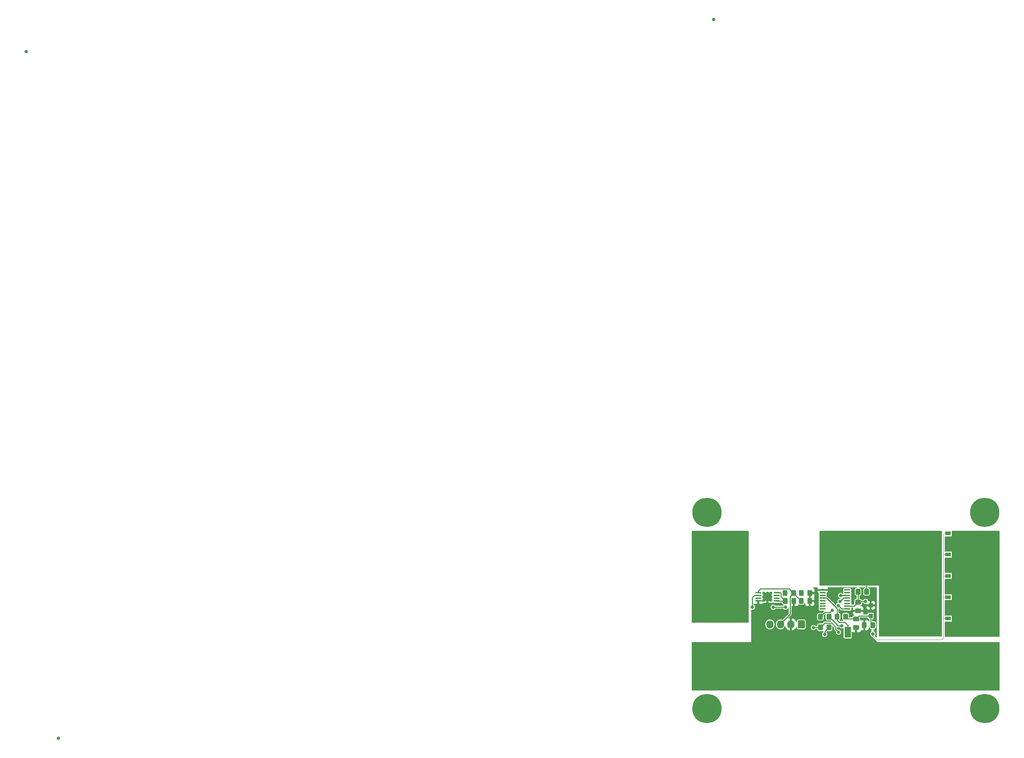
<source format=gtl>
G04 #@! TF.GenerationSoftware,KiCad,Pcbnew,(5.1.2)-1*
G04 #@! TF.CreationDate,2019-09-10T22:08:43+02:00*
G04 #@! TF.ProjectId,Anti-Spark,416e7469-2d53-4706-9172-6b2e6b696361,rev?*
G04 #@! TF.SameCoordinates,Original*
G04 #@! TF.FileFunction,Copper,L1,Top*
G04 #@! TF.FilePolarity,Positive*
%FSLAX46Y46*%
G04 Gerber Fmt 4.6, Leading zero omitted, Abs format (unit mm)*
G04 Created by KiCad (PCBNEW (5.1.2)-1) date 2019-09-10 22:08:43*
%MOMM*%
%LPD*%
G04 APERTURE LIST*
%ADD10R,1.500000X2.500000*%
%ADD11C,7.000000*%
%ADD12R,3.750000X4.700000*%
%ADD13R,1.050000X0.850000*%
%ADD14R,1.450000X0.850000*%
%ADD15R,1.980000X1.880000*%
%ADD16R,1.400000X0.450000*%
%ADD17O,1.700000X1.950000*%
%ADD18C,0.100000*%
%ADD19C,1.700000*%
%ADD20R,13.000000X13.000000*%
%ADD21C,1.150000*%
%ADD22R,1.475000X0.450000*%
%ADD23R,1.000000X1.000000*%
%ADD24C,0.800000*%
%ADD25C,0.250000*%
%ADD26C,0.200000*%
G04 APERTURE END LIST*
D10*
X110500000Y-60700000D03*
D11*
X143300000Y-32000000D03*
X76800000Y-32000000D03*
X76800000Y-79000000D03*
X143300000Y-79000000D03*
D12*
X131150000Y-44000000D03*
D13*
X128750000Y-45925000D03*
X128750000Y-44635000D03*
X128750000Y-43365000D03*
X128750000Y-42075000D03*
D14*
X134450000Y-42095000D03*
X134450000Y-43365000D03*
X134450000Y-44635000D03*
X134450000Y-45905000D03*
D12*
X131150000Y-49100000D03*
D13*
X128750000Y-51025000D03*
X128750000Y-49735000D03*
X128750000Y-48465000D03*
X128750000Y-47175000D03*
D14*
X134450000Y-47195000D03*
X134450000Y-48465000D03*
X134450000Y-49735000D03*
X134450000Y-51005000D03*
D12*
X131150000Y-54200000D03*
D13*
X128750000Y-56125000D03*
X128750000Y-54835000D03*
X128750000Y-53565000D03*
X128750000Y-52275000D03*
D14*
X134450000Y-52295000D03*
X134450000Y-53565000D03*
X134450000Y-54835000D03*
X134450000Y-56105000D03*
D12*
X131150000Y-59300000D03*
D13*
X128750000Y-61225000D03*
X128750000Y-59935000D03*
X128750000Y-58665000D03*
X128750000Y-57375000D03*
D14*
X134450000Y-57395000D03*
X134450000Y-58665000D03*
X134450000Y-59935000D03*
X134450000Y-61205000D03*
D12*
X131150000Y-38900000D03*
D13*
X128750000Y-40825000D03*
X128750000Y-39535000D03*
X128750000Y-38265000D03*
X128750000Y-36975000D03*
D14*
X134450000Y-36995000D03*
X134450000Y-38265000D03*
X134450000Y-39535000D03*
X134450000Y-40805000D03*
D15*
X91300000Y-52200000D03*
D16*
X93500000Y-51225000D03*
X93500000Y-51875000D03*
X93500000Y-52525000D03*
X93500000Y-53175000D03*
X89100000Y-53175000D03*
X89100000Y-52525000D03*
X89100000Y-51875000D03*
X89100000Y-51225000D03*
D17*
X91900000Y-58800000D03*
X94400000Y-58800000D03*
X96900000Y-58800000D03*
D18*
G36*
X100024504Y-57826204D02*
G01*
X100048773Y-57829804D01*
X100072571Y-57835765D01*
X100095671Y-57844030D01*
X100117849Y-57854520D01*
X100138893Y-57867133D01*
X100158598Y-57881747D01*
X100176777Y-57898223D01*
X100193253Y-57916402D01*
X100207867Y-57936107D01*
X100220480Y-57957151D01*
X100230970Y-57979329D01*
X100239235Y-58002429D01*
X100245196Y-58026227D01*
X100248796Y-58050496D01*
X100250000Y-58075000D01*
X100250000Y-59525000D01*
X100248796Y-59549504D01*
X100245196Y-59573773D01*
X100239235Y-59597571D01*
X100230970Y-59620671D01*
X100220480Y-59642849D01*
X100207867Y-59663893D01*
X100193253Y-59683598D01*
X100176777Y-59701777D01*
X100158598Y-59718253D01*
X100138893Y-59732867D01*
X100117849Y-59745480D01*
X100095671Y-59755970D01*
X100072571Y-59764235D01*
X100048773Y-59770196D01*
X100024504Y-59773796D01*
X100000000Y-59775000D01*
X98800000Y-59775000D01*
X98775496Y-59773796D01*
X98751227Y-59770196D01*
X98727429Y-59764235D01*
X98704329Y-59755970D01*
X98682151Y-59745480D01*
X98661107Y-59732867D01*
X98641402Y-59718253D01*
X98623223Y-59701777D01*
X98606747Y-59683598D01*
X98592133Y-59663893D01*
X98579520Y-59642849D01*
X98569030Y-59620671D01*
X98560765Y-59597571D01*
X98554804Y-59573773D01*
X98551204Y-59549504D01*
X98550000Y-59525000D01*
X98550000Y-58075000D01*
X98551204Y-58050496D01*
X98554804Y-58026227D01*
X98560765Y-58002429D01*
X98569030Y-57979329D01*
X98579520Y-57957151D01*
X98592133Y-57936107D01*
X98606747Y-57916402D01*
X98623223Y-57898223D01*
X98641402Y-57881747D01*
X98661107Y-57867133D01*
X98682151Y-57854520D01*
X98704329Y-57844030D01*
X98727429Y-57835765D01*
X98751227Y-57829804D01*
X98775496Y-57826204D01*
X98800000Y-57825000D01*
X100000000Y-57825000D01*
X100024504Y-57826204D01*
X100024504Y-57826204D01*
G37*
D19*
X99400000Y-58800000D03*
D20*
X110280000Y-42966000D03*
X80280000Y-42966000D03*
D18*
G36*
X99724505Y-52501204D02*
G01*
X99748773Y-52504804D01*
X99772572Y-52510765D01*
X99795671Y-52519030D01*
X99817850Y-52529520D01*
X99838893Y-52542132D01*
X99858599Y-52556747D01*
X99876777Y-52573223D01*
X99893253Y-52591401D01*
X99907868Y-52611107D01*
X99920480Y-52632150D01*
X99930970Y-52654329D01*
X99939235Y-52677428D01*
X99945196Y-52701227D01*
X99948796Y-52725495D01*
X99950000Y-52749999D01*
X99950000Y-53650001D01*
X99948796Y-53674505D01*
X99945196Y-53698773D01*
X99939235Y-53722572D01*
X99930970Y-53745671D01*
X99920480Y-53767850D01*
X99907868Y-53788893D01*
X99893253Y-53808599D01*
X99876777Y-53826777D01*
X99858599Y-53843253D01*
X99838893Y-53857868D01*
X99817850Y-53870480D01*
X99795671Y-53880970D01*
X99772572Y-53889235D01*
X99748773Y-53895196D01*
X99724505Y-53898796D01*
X99700001Y-53900000D01*
X99049999Y-53900000D01*
X99025495Y-53898796D01*
X99001227Y-53895196D01*
X98977428Y-53889235D01*
X98954329Y-53880970D01*
X98932150Y-53870480D01*
X98911107Y-53857868D01*
X98891401Y-53843253D01*
X98873223Y-53826777D01*
X98856747Y-53808599D01*
X98842132Y-53788893D01*
X98829520Y-53767850D01*
X98819030Y-53745671D01*
X98810765Y-53722572D01*
X98804804Y-53698773D01*
X98801204Y-53674505D01*
X98800000Y-53650001D01*
X98800000Y-52749999D01*
X98801204Y-52725495D01*
X98804804Y-52701227D01*
X98810765Y-52677428D01*
X98819030Y-52654329D01*
X98829520Y-52632150D01*
X98842132Y-52611107D01*
X98856747Y-52591401D01*
X98873223Y-52573223D01*
X98891401Y-52556747D01*
X98911107Y-52542132D01*
X98932150Y-52529520D01*
X98954329Y-52519030D01*
X98977428Y-52510765D01*
X99001227Y-52504804D01*
X99025495Y-52501204D01*
X99049999Y-52500000D01*
X99700001Y-52500000D01*
X99724505Y-52501204D01*
X99724505Y-52501204D01*
G37*
D21*
X99375000Y-53200000D03*
D18*
G36*
X101774505Y-52501204D02*
G01*
X101798773Y-52504804D01*
X101822572Y-52510765D01*
X101845671Y-52519030D01*
X101867850Y-52529520D01*
X101888893Y-52542132D01*
X101908599Y-52556747D01*
X101926777Y-52573223D01*
X101943253Y-52591401D01*
X101957868Y-52611107D01*
X101970480Y-52632150D01*
X101980970Y-52654329D01*
X101989235Y-52677428D01*
X101995196Y-52701227D01*
X101998796Y-52725495D01*
X102000000Y-52749999D01*
X102000000Y-53650001D01*
X101998796Y-53674505D01*
X101995196Y-53698773D01*
X101989235Y-53722572D01*
X101980970Y-53745671D01*
X101970480Y-53767850D01*
X101957868Y-53788893D01*
X101943253Y-53808599D01*
X101926777Y-53826777D01*
X101908599Y-53843253D01*
X101888893Y-53857868D01*
X101867850Y-53870480D01*
X101845671Y-53880970D01*
X101822572Y-53889235D01*
X101798773Y-53895196D01*
X101774505Y-53898796D01*
X101750001Y-53900000D01*
X101099999Y-53900000D01*
X101075495Y-53898796D01*
X101051227Y-53895196D01*
X101027428Y-53889235D01*
X101004329Y-53880970D01*
X100982150Y-53870480D01*
X100961107Y-53857868D01*
X100941401Y-53843253D01*
X100923223Y-53826777D01*
X100906747Y-53808599D01*
X100892132Y-53788893D01*
X100879520Y-53767850D01*
X100869030Y-53745671D01*
X100860765Y-53722572D01*
X100854804Y-53698773D01*
X100851204Y-53674505D01*
X100850000Y-53650001D01*
X100850000Y-52749999D01*
X100851204Y-52725495D01*
X100854804Y-52701227D01*
X100860765Y-52677428D01*
X100869030Y-52654329D01*
X100879520Y-52632150D01*
X100892132Y-52611107D01*
X100906747Y-52591401D01*
X100923223Y-52573223D01*
X100941401Y-52556747D01*
X100961107Y-52542132D01*
X100982150Y-52529520D01*
X101004329Y-52519030D01*
X101027428Y-52510765D01*
X101051227Y-52504804D01*
X101075495Y-52501204D01*
X101099999Y-52500000D01*
X101750001Y-52500000D01*
X101774505Y-52501204D01*
X101774505Y-52501204D01*
G37*
D21*
X101425000Y-53200000D03*
D18*
G36*
X95849505Y-50601204D02*
G01*
X95873773Y-50604804D01*
X95897572Y-50610765D01*
X95920671Y-50619030D01*
X95942850Y-50629520D01*
X95963893Y-50642132D01*
X95983599Y-50656747D01*
X96001777Y-50673223D01*
X96018253Y-50691401D01*
X96032868Y-50711107D01*
X96045480Y-50732150D01*
X96055970Y-50754329D01*
X96064235Y-50777428D01*
X96070196Y-50801227D01*
X96073796Y-50825495D01*
X96075000Y-50849999D01*
X96075000Y-51750001D01*
X96073796Y-51774505D01*
X96070196Y-51798773D01*
X96064235Y-51822572D01*
X96055970Y-51845671D01*
X96045480Y-51867850D01*
X96032868Y-51888893D01*
X96018253Y-51908599D01*
X96001777Y-51926777D01*
X95983599Y-51943253D01*
X95963893Y-51957868D01*
X95942850Y-51970480D01*
X95920671Y-51980970D01*
X95897572Y-51989235D01*
X95873773Y-51995196D01*
X95849505Y-51998796D01*
X95825001Y-52000000D01*
X95174999Y-52000000D01*
X95150495Y-51998796D01*
X95126227Y-51995196D01*
X95102428Y-51989235D01*
X95079329Y-51980970D01*
X95057150Y-51970480D01*
X95036107Y-51957868D01*
X95016401Y-51943253D01*
X94998223Y-51926777D01*
X94981747Y-51908599D01*
X94967132Y-51888893D01*
X94954520Y-51867850D01*
X94944030Y-51845671D01*
X94935765Y-51822572D01*
X94929804Y-51798773D01*
X94926204Y-51774505D01*
X94925000Y-51750001D01*
X94925000Y-50849999D01*
X94926204Y-50825495D01*
X94929804Y-50801227D01*
X94935765Y-50777428D01*
X94944030Y-50754329D01*
X94954520Y-50732150D01*
X94967132Y-50711107D01*
X94981747Y-50691401D01*
X94998223Y-50673223D01*
X95016401Y-50656747D01*
X95036107Y-50642132D01*
X95057150Y-50629520D01*
X95079329Y-50619030D01*
X95102428Y-50610765D01*
X95126227Y-50604804D01*
X95150495Y-50601204D01*
X95174999Y-50600000D01*
X95825001Y-50600000D01*
X95849505Y-50601204D01*
X95849505Y-50601204D01*
G37*
D21*
X95500000Y-51300000D03*
D18*
G36*
X97899505Y-50601204D02*
G01*
X97923773Y-50604804D01*
X97947572Y-50610765D01*
X97970671Y-50619030D01*
X97992850Y-50629520D01*
X98013893Y-50642132D01*
X98033599Y-50656747D01*
X98051777Y-50673223D01*
X98068253Y-50691401D01*
X98082868Y-50711107D01*
X98095480Y-50732150D01*
X98105970Y-50754329D01*
X98114235Y-50777428D01*
X98120196Y-50801227D01*
X98123796Y-50825495D01*
X98125000Y-50849999D01*
X98125000Y-51750001D01*
X98123796Y-51774505D01*
X98120196Y-51798773D01*
X98114235Y-51822572D01*
X98105970Y-51845671D01*
X98095480Y-51867850D01*
X98082868Y-51888893D01*
X98068253Y-51908599D01*
X98051777Y-51926777D01*
X98033599Y-51943253D01*
X98013893Y-51957868D01*
X97992850Y-51970480D01*
X97970671Y-51980970D01*
X97947572Y-51989235D01*
X97923773Y-51995196D01*
X97899505Y-51998796D01*
X97875001Y-52000000D01*
X97224999Y-52000000D01*
X97200495Y-51998796D01*
X97176227Y-51995196D01*
X97152428Y-51989235D01*
X97129329Y-51980970D01*
X97107150Y-51970480D01*
X97086107Y-51957868D01*
X97066401Y-51943253D01*
X97048223Y-51926777D01*
X97031747Y-51908599D01*
X97017132Y-51888893D01*
X97004520Y-51867850D01*
X96994030Y-51845671D01*
X96985765Y-51822572D01*
X96979804Y-51798773D01*
X96976204Y-51774505D01*
X96975000Y-51750001D01*
X96975000Y-50849999D01*
X96976204Y-50825495D01*
X96979804Y-50801227D01*
X96985765Y-50777428D01*
X96994030Y-50754329D01*
X97004520Y-50732150D01*
X97017132Y-50711107D01*
X97031747Y-50691401D01*
X97048223Y-50673223D01*
X97066401Y-50656747D01*
X97086107Y-50642132D01*
X97107150Y-50629520D01*
X97129329Y-50619030D01*
X97152428Y-50610765D01*
X97176227Y-50604804D01*
X97200495Y-50601204D01*
X97224999Y-50600000D01*
X97875001Y-50600000D01*
X97899505Y-50601204D01*
X97899505Y-50601204D01*
G37*
D21*
X97550000Y-51300000D03*
D18*
G36*
X101799505Y-50601204D02*
G01*
X101823773Y-50604804D01*
X101847572Y-50610765D01*
X101870671Y-50619030D01*
X101892850Y-50629520D01*
X101913893Y-50642132D01*
X101933599Y-50656747D01*
X101951777Y-50673223D01*
X101968253Y-50691401D01*
X101982868Y-50711107D01*
X101995480Y-50732150D01*
X102005970Y-50754329D01*
X102014235Y-50777428D01*
X102020196Y-50801227D01*
X102023796Y-50825495D01*
X102025000Y-50849999D01*
X102025000Y-51750001D01*
X102023796Y-51774505D01*
X102020196Y-51798773D01*
X102014235Y-51822572D01*
X102005970Y-51845671D01*
X101995480Y-51867850D01*
X101982868Y-51888893D01*
X101968253Y-51908599D01*
X101951777Y-51926777D01*
X101933599Y-51943253D01*
X101913893Y-51957868D01*
X101892850Y-51970480D01*
X101870671Y-51980970D01*
X101847572Y-51989235D01*
X101823773Y-51995196D01*
X101799505Y-51998796D01*
X101775001Y-52000000D01*
X101124999Y-52000000D01*
X101100495Y-51998796D01*
X101076227Y-51995196D01*
X101052428Y-51989235D01*
X101029329Y-51980970D01*
X101007150Y-51970480D01*
X100986107Y-51957868D01*
X100966401Y-51943253D01*
X100948223Y-51926777D01*
X100931747Y-51908599D01*
X100917132Y-51888893D01*
X100904520Y-51867850D01*
X100894030Y-51845671D01*
X100885765Y-51822572D01*
X100879804Y-51798773D01*
X100876204Y-51774505D01*
X100875000Y-51750001D01*
X100875000Y-50849999D01*
X100876204Y-50825495D01*
X100879804Y-50801227D01*
X100885765Y-50777428D01*
X100894030Y-50754329D01*
X100904520Y-50732150D01*
X100917132Y-50711107D01*
X100931747Y-50691401D01*
X100948223Y-50673223D01*
X100966401Y-50656747D01*
X100986107Y-50642132D01*
X101007150Y-50629520D01*
X101029329Y-50619030D01*
X101052428Y-50610765D01*
X101076227Y-50604804D01*
X101100495Y-50601204D01*
X101124999Y-50600000D01*
X101775001Y-50600000D01*
X101799505Y-50601204D01*
X101799505Y-50601204D01*
G37*
D21*
X101450000Y-51300000D03*
D18*
G36*
X99749505Y-50601204D02*
G01*
X99773773Y-50604804D01*
X99797572Y-50610765D01*
X99820671Y-50619030D01*
X99842850Y-50629520D01*
X99863893Y-50642132D01*
X99883599Y-50656747D01*
X99901777Y-50673223D01*
X99918253Y-50691401D01*
X99932868Y-50711107D01*
X99945480Y-50732150D01*
X99955970Y-50754329D01*
X99964235Y-50777428D01*
X99970196Y-50801227D01*
X99973796Y-50825495D01*
X99975000Y-50849999D01*
X99975000Y-51750001D01*
X99973796Y-51774505D01*
X99970196Y-51798773D01*
X99964235Y-51822572D01*
X99955970Y-51845671D01*
X99945480Y-51867850D01*
X99932868Y-51888893D01*
X99918253Y-51908599D01*
X99901777Y-51926777D01*
X99883599Y-51943253D01*
X99863893Y-51957868D01*
X99842850Y-51970480D01*
X99820671Y-51980970D01*
X99797572Y-51989235D01*
X99773773Y-51995196D01*
X99749505Y-51998796D01*
X99725001Y-52000000D01*
X99074999Y-52000000D01*
X99050495Y-51998796D01*
X99026227Y-51995196D01*
X99002428Y-51989235D01*
X98979329Y-51980970D01*
X98957150Y-51970480D01*
X98936107Y-51957868D01*
X98916401Y-51943253D01*
X98898223Y-51926777D01*
X98881747Y-51908599D01*
X98867132Y-51888893D01*
X98854520Y-51867850D01*
X98844030Y-51845671D01*
X98835765Y-51822572D01*
X98829804Y-51798773D01*
X98826204Y-51774505D01*
X98825000Y-51750001D01*
X98825000Y-50849999D01*
X98826204Y-50825495D01*
X98829804Y-50801227D01*
X98835765Y-50777428D01*
X98844030Y-50754329D01*
X98854520Y-50732150D01*
X98867132Y-50711107D01*
X98881747Y-50691401D01*
X98898223Y-50673223D01*
X98916401Y-50656747D01*
X98936107Y-50642132D01*
X98957150Y-50629520D01*
X98979329Y-50619030D01*
X99002428Y-50610765D01*
X99026227Y-50604804D01*
X99050495Y-50601204D01*
X99074999Y-50600000D01*
X99725001Y-50600000D01*
X99749505Y-50601204D01*
X99749505Y-50601204D01*
G37*
D21*
X99400000Y-51300000D03*
D18*
G36*
X95899505Y-52501204D02*
G01*
X95923773Y-52504804D01*
X95947572Y-52510765D01*
X95970671Y-52519030D01*
X95992850Y-52529520D01*
X96013893Y-52542132D01*
X96033599Y-52556747D01*
X96051777Y-52573223D01*
X96068253Y-52591401D01*
X96082868Y-52611107D01*
X96095480Y-52632150D01*
X96105970Y-52654329D01*
X96114235Y-52677428D01*
X96120196Y-52701227D01*
X96123796Y-52725495D01*
X96125000Y-52749999D01*
X96125000Y-53650001D01*
X96123796Y-53674505D01*
X96120196Y-53698773D01*
X96114235Y-53722572D01*
X96105970Y-53745671D01*
X96095480Y-53767850D01*
X96082868Y-53788893D01*
X96068253Y-53808599D01*
X96051777Y-53826777D01*
X96033599Y-53843253D01*
X96013893Y-53857868D01*
X95992850Y-53870480D01*
X95970671Y-53880970D01*
X95947572Y-53889235D01*
X95923773Y-53895196D01*
X95899505Y-53898796D01*
X95875001Y-53900000D01*
X95224999Y-53900000D01*
X95200495Y-53898796D01*
X95176227Y-53895196D01*
X95152428Y-53889235D01*
X95129329Y-53880970D01*
X95107150Y-53870480D01*
X95086107Y-53857868D01*
X95066401Y-53843253D01*
X95048223Y-53826777D01*
X95031747Y-53808599D01*
X95017132Y-53788893D01*
X95004520Y-53767850D01*
X94994030Y-53745671D01*
X94985765Y-53722572D01*
X94979804Y-53698773D01*
X94976204Y-53674505D01*
X94975000Y-53650001D01*
X94975000Y-52749999D01*
X94976204Y-52725495D01*
X94979804Y-52701227D01*
X94985765Y-52677428D01*
X94994030Y-52654329D01*
X95004520Y-52632150D01*
X95017132Y-52611107D01*
X95031747Y-52591401D01*
X95048223Y-52573223D01*
X95066401Y-52556747D01*
X95086107Y-52542132D01*
X95107150Y-52529520D01*
X95129329Y-52519030D01*
X95152428Y-52510765D01*
X95176227Y-52504804D01*
X95200495Y-52501204D01*
X95224999Y-52500000D01*
X95875001Y-52500000D01*
X95899505Y-52501204D01*
X95899505Y-52501204D01*
G37*
D21*
X95550000Y-53200000D03*
D18*
G36*
X97949505Y-52501204D02*
G01*
X97973773Y-52504804D01*
X97997572Y-52510765D01*
X98020671Y-52519030D01*
X98042850Y-52529520D01*
X98063893Y-52542132D01*
X98083599Y-52556747D01*
X98101777Y-52573223D01*
X98118253Y-52591401D01*
X98132868Y-52611107D01*
X98145480Y-52632150D01*
X98155970Y-52654329D01*
X98164235Y-52677428D01*
X98170196Y-52701227D01*
X98173796Y-52725495D01*
X98175000Y-52749999D01*
X98175000Y-53650001D01*
X98173796Y-53674505D01*
X98170196Y-53698773D01*
X98164235Y-53722572D01*
X98155970Y-53745671D01*
X98145480Y-53767850D01*
X98132868Y-53788893D01*
X98118253Y-53808599D01*
X98101777Y-53826777D01*
X98083599Y-53843253D01*
X98063893Y-53857868D01*
X98042850Y-53870480D01*
X98020671Y-53880970D01*
X97997572Y-53889235D01*
X97973773Y-53895196D01*
X97949505Y-53898796D01*
X97925001Y-53900000D01*
X97274999Y-53900000D01*
X97250495Y-53898796D01*
X97226227Y-53895196D01*
X97202428Y-53889235D01*
X97179329Y-53880970D01*
X97157150Y-53870480D01*
X97136107Y-53857868D01*
X97116401Y-53843253D01*
X97098223Y-53826777D01*
X97081747Y-53808599D01*
X97067132Y-53788893D01*
X97054520Y-53767850D01*
X97044030Y-53745671D01*
X97035765Y-53722572D01*
X97029804Y-53698773D01*
X97026204Y-53674505D01*
X97025000Y-53650001D01*
X97025000Y-52749999D01*
X97026204Y-52725495D01*
X97029804Y-52701227D01*
X97035765Y-52677428D01*
X97044030Y-52654329D01*
X97054520Y-52632150D01*
X97067132Y-52611107D01*
X97081747Y-52591401D01*
X97098223Y-52573223D01*
X97116401Y-52556747D01*
X97136107Y-52542132D01*
X97157150Y-52529520D01*
X97179329Y-52519030D01*
X97202428Y-52510765D01*
X97226227Y-52504804D01*
X97250495Y-52501204D01*
X97274999Y-52500000D01*
X97925001Y-52500000D01*
X97949505Y-52501204D01*
X97949505Y-52501204D01*
G37*
D21*
X97600000Y-53200000D03*
D22*
X110376000Y-55108000D03*
X110376000Y-54458000D03*
X110376000Y-53808000D03*
X110376000Y-53158000D03*
X110376000Y-52508000D03*
X110376000Y-51858000D03*
X110376000Y-51208000D03*
X110376000Y-50558000D03*
X104500000Y-50558000D03*
X104500000Y-51208000D03*
X104500000Y-51858000D03*
X104500000Y-52508000D03*
X104500000Y-53158000D03*
X104500000Y-53808000D03*
X104500000Y-54458000D03*
X104500000Y-55108000D03*
D18*
G36*
X104324505Y-56301204D02*
G01*
X104348773Y-56304804D01*
X104372572Y-56310765D01*
X104395671Y-56319030D01*
X104417850Y-56329520D01*
X104438893Y-56342132D01*
X104458599Y-56356747D01*
X104476777Y-56373223D01*
X104493253Y-56391401D01*
X104507868Y-56411107D01*
X104520480Y-56432150D01*
X104530970Y-56454329D01*
X104539235Y-56477428D01*
X104545196Y-56501227D01*
X104548796Y-56525495D01*
X104550000Y-56549999D01*
X104550000Y-57450001D01*
X104548796Y-57474505D01*
X104545196Y-57498773D01*
X104539235Y-57522572D01*
X104530970Y-57545671D01*
X104520480Y-57567850D01*
X104507868Y-57588893D01*
X104493253Y-57608599D01*
X104476777Y-57626777D01*
X104458599Y-57643253D01*
X104438893Y-57657868D01*
X104417850Y-57670480D01*
X104395671Y-57680970D01*
X104372572Y-57689235D01*
X104348773Y-57695196D01*
X104324505Y-57698796D01*
X104300001Y-57700000D01*
X103649999Y-57700000D01*
X103625495Y-57698796D01*
X103601227Y-57695196D01*
X103577428Y-57689235D01*
X103554329Y-57680970D01*
X103532150Y-57670480D01*
X103511107Y-57657868D01*
X103491401Y-57643253D01*
X103473223Y-57626777D01*
X103456747Y-57608599D01*
X103442132Y-57588893D01*
X103429520Y-57567850D01*
X103419030Y-57545671D01*
X103410765Y-57522572D01*
X103404804Y-57498773D01*
X103401204Y-57474505D01*
X103400000Y-57450001D01*
X103400000Y-56549999D01*
X103401204Y-56525495D01*
X103404804Y-56501227D01*
X103410765Y-56477428D01*
X103419030Y-56454329D01*
X103429520Y-56432150D01*
X103442132Y-56411107D01*
X103456747Y-56391401D01*
X103473223Y-56373223D01*
X103491401Y-56356747D01*
X103511107Y-56342132D01*
X103532150Y-56329520D01*
X103554329Y-56319030D01*
X103577428Y-56310765D01*
X103601227Y-56304804D01*
X103625495Y-56301204D01*
X103649999Y-56300000D01*
X104300001Y-56300000D01*
X104324505Y-56301204D01*
X104324505Y-56301204D01*
G37*
D21*
X103975000Y-57000000D03*
D18*
G36*
X106374505Y-56301204D02*
G01*
X106398773Y-56304804D01*
X106422572Y-56310765D01*
X106445671Y-56319030D01*
X106467850Y-56329520D01*
X106488893Y-56342132D01*
X106508599Y-56356747D01*
X106526777Y-56373223D01*
X106543253Y-56391401D01*
X106557868Y-56411107D01*
X106570480Y-56432150D01*
X106580970Y-56454329D01*
X106589235Y-56477428D01*
X106595196Y-56501227D01*
X106598796Y-56525495D01*
X106600000Y-56549999D01*
X106600000Y-57450001D01*
X106598796Y-57474505D01*
X106595196Y-57498773D01*
X106589235Y-57522572D01*
X106580970Y-57545671D01*
X106570480Y-57567850D01*
X106557868Y-57588893D01*
X106543253Y-57608599D01*
X106526777Y-57626777D01*
X106508599Y-57643253D01*
X106488893Y-57657868D01*
X106467850Y-57670480D01*
X106445671Y-57680970D01*
X106422572Y-57689235D01*
X106398773Y-57695196D01*
X106374505Y-57698796D01*
X106350001Y-57700000D01*
X105699999Y-57700000D01*
X105675495Y-57698796D01*
X105651227Y-57695196D01*
X105627428Y-57689235D01*
X105604329Y-57680970D01*
X105582150Y-57670480D01*
X105561107Y-57657868D01*
X105541401Y-57643253D01*
X105523223Y-57626777D01*
X105506747Y-57608599D01*
X105492132Y-57588893D01*
X105479520Y-57567850D01*
X105469030Y-57545671D01*
X105460765Y-57522572D01*
X105454804Y-57498773D01*
X105451204Y-57474505D01*
X105450000Y-57450001D01*
X105450000Y-56549999D01*
X105451204Y-56525495D01*
X105454804Y-56501227D01*
X105460765Y-56477428D01*
X105469030Y-56454329D01*
X105479520Y-56432150D01*
X105492132Y-56411107D01*
X105506747Y-56391401D01*
X105523223Y-56373223D01*
X105541401Y-56356747D01*
X105561107Y-56342132D01*
X105582150Y-56329520D01*
X105604329Y-56319030D01*
X105627428Y-56310765D01*
X105651227Y-56304804D01*
X105675495Y-56301204D01*
X105699999Y-56300000D01*
X106350001Y-56300000D01*
X106374505Y-56301204D01*
X106374505Y-56301204D01*
G37*
D21*
X106025000Y-57000000D03*
D18*
G36*
X113474505Y-54976204D02*
G01*
X113498773Y-54979804D01*
X113522572Y-54985765D01*
X113545671Y-54994030D01*
X113567850Y-55004520D01*
X113588893Y-55017132D01*
X113608599Y-55031747D01*
X113626777Y-55048223D01*
X113643253Y-55066401D01*
X113657868Y-55086107D01*
X113670480Y-55107150D01*
X113680970Y-55129329D01*
X113689235Y-55152428D01*
X113695196Y-55176227D01*
X113698796Y-55200495D01*
X113700000Y-55224999D01*
X113700000Y-55875001D01*
X113698796Y-55899505D01*
X113695196Y-55923773D01*
X113689235Y-55947572D01*
X113680970Y-55970671D01*
X113670480Y-55992850D01*
X113657868Y-56013893D01*
X113643253Y-56033599D01*
X113626777Y-56051777D01*
X113608599Y-56068253D01*
X113588893Y-56082868D01*
X113567850Y-56095480D01*
X113545671Y-56105970D01*
X113522572Y-56114235D01*
X113498773Y-56120196D01*
X113474505Y-56123796D01*
X113450001Y-56125000D01*
X112549999Y-56125000D01*
X112525495Y-56123796D01*
X112501227Y-56120196D01*
X112477428Y-56114235D01*
X112454329Y-56105970D01*
X112432150Y-56095480D01*
X112411107Y-56082868D01*
X112391401Y-56068253D01*
X112373223Y-56051777D01*
X112356747Y-56033599D01*
X112342132Y-56013893D01*
X112329520Y-55992850D01*
X112319030Y-55970671D01*
X112310765Y-55947572D01*
X112304804Y-55923773D01*
X112301204Y-55899505D01*
X112300000Y-55875001D01*
X112300000Y-55224999D01*
X112301204Y-55200495D01*
X112304804Y-55176227D01*
X112310765Y-55152428D01*
X112319030Y-55129329D01*
X112329520Y-55107150D01*
X112342132Y-55086107D01*
X112356747Y-55066401D01*
X112373223Y-55048223D01*
X112391401Y-55031747D01*
X112411107Y-55017132D01*
X112432150Y-55004520D01*
X112454329Y-54994030D01*
X112477428Y-54985765D01*
X112501227Y-54979804D01*
X112525495Y-54976204D01*
X112549999Y-54975000D01*
X113450001Y-54975000D01*
X113474505Y-54976204D01*
X113474505Y-54976204D01*
G37*
D21*
X113000000Y-55550000D03*
D18*
G36*
X113474505Y-52926204D02*
G01*
X113498773Y-52929804D01*
X113522572Y-52935765D01*
X113545671Y-52944030D01*
X113567850Y-52954520D01*
X113588893Y-52967132D01*
X113608599Y-52981747D01*
X113626777Y-52998223D01*
X113643253Y-53016401D01*
X113657868Y-53036107D01*
X113670480Y-53057150D01*
X113680970Y-53079329D01*
X113689235Y-53102428D01*
X113695196Y-53126227D01*
X113698796Y-53150495D01*
X113700000Y-53174999D01*
X113700000Y-53825001D01*
X113698796Y-53849505D01*
X113695196Y-53873773D01*
X113689235Y-53897572D01*
X113680970Y-53920671D01*
X113670480Y-53942850D01*
X113657868Y-53963893D01*
X113643253Y-53983599D01*
X113626777Y-54001777D01*
X113608599Y-54018253D01*
X113588893Y-54032868D01*
X113567850Y-54045480D01*
X113545671Y-54055970D01*
X113522572Y-54064235D01*
X113498773Y-54070196D01*
X113474505Y-54073796D01*
X113450001Y-54075000D01*
X112549999Y-54075000D01*
X112525495Y-54073796D01*
X112501227Y-54070196D01*
X112477428Y-54064235D01*
X112454329Y-54055970D01*
X112432150Y-54045480D01*
X112411107Y-54032868D01*
X112391401Y-54018253D01*
X112373223Y-54001777D01*
X112356747Y-53983599D01*
X112342132Y-53963893D01*
X112329520Y-53942850D01*
X112319030Y-53920671D01*
X112310765Y-53897572D01*
X112304804Y-53873773D01*
X112301204Y-53849505D01*
X112300000Y-53825001D01*
X112300000Y-53174999D01*
X112301204Y-53150495D01*
X112304804Y-53126227D01*
X112310765Y-53102428D01*
X112319030Y-53079329D01*
X112329520Y-53057150D01*
X112342132Y-53036107D01*
X112356747Y-53016401D01*
X112373223Y-52998223D01*
X112391401Y-52981747D01*
X112411107Y-52967132D01*
X112432150Y-52954520D01*
X112454329Y-52944030D01*
X112477428Y-52935765D01*
X112501227Y-52929804D01*
X112525495Y-52926204D01*
X112549999Y-52925000D01*
X113450001Y-52925000D01*
X113474505Y-52926204D01*
X113474505Y-52926204D01*
G37*
D21*
X113000000Y-53500000D03*
D18*
G36*
X116849505Y-58301204D02*
G01*
X116873773Y-58304804D01*
X116897572Y-58310765D01*
X116920671Y-58319030D01*
X116942850Y-58329520D01*
X116963893Y-58342132D01*
X116983599Y-58356747D01*
X117001777Y-58373223D01*
X117018253Y-58391401D01*
X117032868Y-58411107D01*
X117045480Y-58432150D01*
X117055970Y-58454329D01*
X117064235Y-58477428D01*
X117070196Y-58501227D01*
X117073796Y-58525495D01*
X117075000Y-58549999D01*
X117075000Y-59450001D01*
X117073796Y-59474505D01*
X117070196Y-59498773D01*
X117064235Y-59522572D01*
X117055970Y-59545671D01*
X117045480Y-59567850D01*
X117032868Y-59588893D01*
X117018253Y-59608599D01*
X117001777Y-59626777D01*
X116983599Y-59643253D01*
X116963893Y-59657868D01*
X116942850Y-59670480D01*
X116920671Y-59680970D01*
X116897572Y-59689235D01*
X116873773Y-59695196D01*
X116849505Y-59698796D01*
X116825001Y-59700000D01*
X116174999Y-59700000D01*
X116150495Y-59698796D01*
X116126227Y-59695196D01*
X116102428Y-59689235D01*
X116079329Y-59680970D01*
X116057150Y-59670480D01*
X116036107Y-59657868D01*
X116016401Y-59643253D01*
X115998223Y-59626777D01*
X115981747Y-59608599D01*
X115967132Y-59588893D01*
X115954520Y-59567850D01*
X115944030Y-59545671D01*
X115935765Y-59522572D01*
X115929804Y-59498773D01*
X115926204Y-59474505D01*
X115925000Y-59450001D01*
X115925000Y-58549999D01*
X115926204Y-58525495D01*
X115929804Y-58501227D01*
X115935765Y-58477428D01*
X115944030Y-58454329D01*
X115954520Y-58432150D01*
X115967132Y-58411107D01*
X115981747Y-58391401D01*
X115998223Y-58373223D01*
X116016401Y-58356747D01*
X116036107Y-58342132D01*
X116057150Y-58329520D01*
X116079329Y-58319030D01*
X116102428Y-58310765D01*
X116126227Y-58304804D01*
X116150495Y-58301204D01*
X116174999Y-58300000D01*
X116825001Y-58300000D01*
X116849505Y-58301204D01*
X116849505Y-58301204D01*
G37*
D21*
X116500000Y-59000000D03*
D18*
G36*
X114799505Y-58301204D02*
G01*
X114823773Y-58304804D01*
X114847572Y-58310765D01*
X114870671Y-58319030D01*
X114892850Y-58329520D01*
X114913893Y-58342132D01*
X114933599Y-58356747D01*
X114951777Y-58373223D01*
X114968253Y-58391401D01*
X114982868Y-58411107D01*
X114995480Y-58432150D01*
X115005970Y-58454329D01*
X115014235Y-58477428D01*
X115020196Y-58501227D01*
X115023796Y-58525495D01*
X115025000Y-58549999D01*
X115025000Y-59450001D01*
X115023796Y-59474505D01*
X115020196Y-59498773D01*
X115014235Y-59522572D01*
X115005970Y-59545671D01*
X114995480Y-59567850D01*
X114982868Y-59588893D01*
X114968253Y-59608599D01*
X114951777Y-59626777D01*
X114933599Y-59643253D01*
X114913893Y-59657868D01*
X114892850Y-59670480D01*
X114870671Y-59680970D01*
X114847572Y-59689235D01*
X114823773Y-59695196D01*
X114799505Y-59698796D01*
X114775001Y-59700000D01*
X114124999Y-59700000D01*
X114100495Y-59698796D01*
X114076227Y-59695196D01*
X114052428Y-59689235D01*
X114029329Y-59680970D01*
X114007150Y-59670480D01*
X113986107Y-59657868D01*
X113966401Y-59643253D01*
X113948223Y-59626777D01*
X113931747Y-59608599D01*
X113917132Y-59588893D01*
X113904520Y-59567850D01*
X113894030Y-59545671D01*
X113885765Y-59522572D01*
X113879804Y-59498773D01*
X113876204Y-59474505D01*
X113875000Y-59450001D01*
X113875000Y-58549999D01*
X113876204Y-58525495D01*
X113879804Y-58501227D01*
X113885765Y-58477428D01*
X113894030Y-58454329D01*
X113904520Y-58432150D01*
X113917132Y-58411107D01*
X113931747Y-58391401D01*
X113948223Y-58373223D01*
X113966401Y-58356747D01*
X113986107Y-58342132D01*
X114007150Y-58329520D01*
X114029329Y-58319030D01*
X114052428Y-58310765D01*
X114076227Y-58304804D01*
X114100495Y-58301204D01*
X114124999Y-58300000D01*
X114775001Y-58300000D01*
X114799505Y-58301204D01*
X114799505Y-58301204D01*
G37*
D21*
X114450000Y-59000000D03*
D23*
X116000000Y-56750000D03*
X116000000Y-54250000D03*
D18*
G36*
X115374505Y-50301204D02*
G01*
X115398773Y-50304804D01*
X115422572Y-50310765D01*
X115445671Y-50319030D01*
X115467850Y-50329520D01*
X115488893Y-50342132D01*
X115508599Y-50356747D01*
X115526777Y-50373223D01*
X115543253Y-50391401D01*
X115557868Y-50411107D01*
X115570480Y-50432150D01*
X115580970Y-50454329D01*
X115589235Y-50477428D01*
X115595196Y-50501227D01*
X115598796Y-50525495D01*
X115600000Y-50549999D01*
X115600000Y-51450001D01*
X115598796Y-51474505D01*
X115595196Y-51498773D01*
X115589235Y-51522572D01*
X115580970Y-51545671D01*
X115570480Y-51567850D01*
X115557868Y-51588893D01*
X115543253Y-51608599D01*
X115526777Y-51626777D01*
X115508599Y-51643253D01*
X115488893Y-51657868D01*
X115467850Y-51670480D01*
X115445671Y-51680970D01*
X115422572Y-51689235D01*
X115398773Y-51695196D01*
X115374505Y-51698796D01*
X115350001Y-51700000D01*
X114699999Y-51700000D01*
X114675495Y-51698796D01*
X114651227Y-51695196D01*
X114627428Y-51689235D01*
X114604329Y-51680970D01*
X114582150Y-51670480D01*
X114561107Y-51657868D01*
X114541401Y-51643253D01*
X114523223Y-51626777D01*
X114506747Y-51608599D01*
X114492132Y-51588893D01*
X114479520Y-51567850D01*
X114469030Y-51545671D01*
X114460765Y-51522572D01*
X114454804Y-51498773D01*
X114451204Y-51474505D01*
X114450000Y-51450001D01*
X114450000Y-50549999D01*
X114451204Y-50525495D01*
X114454804Y-50501227D01*
X114460765Y-50477428D01*
X114469030Y-50454329D01*
X114479520Y-50432150D01*
X114492132Y-50411107D01*
X114506747Y-50391401D01*
X114523223Y-50373223D01*
X114541401Y-50356747D01*
X114561107Y-50342132D01*
X114582150Y-50329520D01*
X114604329Y-50319030D01*
X114627428Y-50310765D01*
X114651227Y-50304804D01*
X114675495Y-50301204D01*
X114699999Y-50300000D01*
X115350001Y-50300000D01*
X115374505Y-50301204D01*
X115374505Y-50301204D01*
G37*
D21*
X115025000Y-51000000D03*
D18*
G36*
X113324505Y-50301204D02*
G01*
X113348773Y-50304804D01*
X113372572Y-50310765D01*
X113395671Y-50319030D01*
X113417850Y-50329520D01*
X113438893Y-50342132D01*
X113458599Y-50356747D01*
X113476777Y-50373223D01*
X113493253Y-50391401D01*
X113507868Y-50411107D01*
X113520480Y-50432150D01*
X113530970Y-50454329D01*
X113539235Y-50477428D01*
X113545196Y-50501227D01*
X113548796Y-50525495D01*
X113550000Y-50549999D01*
X113550000Y-51450001D01*
X113548796Y-51474505D01*
X113545196Y-51498773D01*
X113539235Y-51522572D01*
X113530970Y-51545671D01*
X113520480Y-51567850D01*
X113507868Y-51588893D01*
X113493253Y-51608599D01*
X113476777Y-51626777D01*
X113458599Y-51643253D01*
X113438893Y-51657868D01*
X113417850Y-51670480D01*
X113395671Y-51680970D01*
X113372572Y-51689235D01*
X113348773Y-51695196D01*
X113324505Y-51698796D01*
X113300001Y-51700000D01*
X112649999Y-51700000D01*
X112625495Y-51698796D01*
X112601227Y-51695196D01*
X112577428Y-51689235D01*
X112554329Y-51680970D01*
X112532150Y-51670480D01*
X112511107Y-51657868D01*
X112491401Y-51643253D01*
X112473223Y-51626777D01*
X112456747Y-51608599D01*
X112442132Y-51588893D01*
X112429520Y-51567850D01*
X112419030Y-51545671D01*
X112410765Y-51522572D01*
X112404804Y-51498773D01*
X112401204Y-51474505D01*
X112400000Y-51450001D01*
X112400000Y-50549999D01*
X112401204Y-50525495D01*
X112404804Y-50501227D01*
X112410765Y-50477428D01*
X112419030Y-50454329D01*
X112429520Y-50432150D01*
X112442132Y-50411107D01*
X112456747Y-50391401D01*
X112473223Y-50373223D01*
X112491401Y-50356747D01*
X112511107Y-50342132D01*
X112532150Y-50329520D01*
X112554329Y-50319030D01*
X112577428Y-50310765D01*
X112601227Y-50304804D01*
X112625495Y-50301204D01*
X112649999Y-50300000D01*
X113300001Y-50300000D01*
X113324505Y-50301204D01*
X113324505Y-50301204D01*
G37*
D21*
X112975000Y-51000000D03*
D18*
G36*
X104349505Y-58801204D02*
G01*
X104373773Y-58804804D01*
X104397572Y-58810765D01*
X104420671Y-58819030D01*
X104442850Y-58829520D01*
X104463893Y-58842132D01*
X104483599Y-58856747D01*
X104501777Y-58873223D01*
X104518253Y-58891401D01*
X104532868Y-58911107D01*
X104545480Y-58932150D01*
X104555970Y-58954329D01*
X104564235Y-58977428D01*
X104570196Y-59001227D01*
X104573796Y-59025495D01*
X104575000Y-59049999D01*
X104575000Y-59950001D01*
X104573796Y-59974505D01*
X104570196Y-59998773D01*
X104564235Y-60022572D01*
X104555970Y-60045671D01*
X104545480Y-60067850D01*
X104532868Y-60088893D01*
X104518253Y-60108599D01*
X104501777Y-60126777D01*
X104483599Y-60143253D01*
X104463893Y-60157868D01*
X104442850Y-60170480D01*
X104420671Y-60180970D01*
X104397572Y-60189235D01*
X104373773Y-60195196D01*
X104349505Y-60198796D01*
X104325001Y-60200000D01*
X103674999Y-60200000D01*
X103650495Y-60198796D01*
X103626227Y-60195196D01*
X103602428Y-60189235D01*
X103579329Y-60180970D01*
X103557150Y-60170480D01*
X103536107Y-60157868D01*
X103516401Y-60143253D01*
X103498223Y-60126777D01*
X103481747Y-60108599D01*
X103467132Y-60088893D01*
X103454520Y-60067850D01*
X103444030Y-60045671D01*
X103435765Y-60022572D01*
X103429804Y-59998773D01*
X103426204Y-59974505D01*
X103425000Y-59950001D01*
X103425000Y-59049999D01*
X103426204Y-59025495D01*
X103429804Y-59001227D01*
X103435765Y-58977428D01*
X103444030Y-58954329D01*
X103454520Y-58932150D01*
X103467132Y-58911107D01*
X103481747Y-58891401D01*
X103498223Y-58873223D01*
X103516401Y-58856747D01*
X103536107Y-58842132D01*
X103557150Y-58829520D01*
X103579329Y-58819030D01*
X103602428Y-58810765D01*
X103626227Y-58804804D01*
X103650495Y-58801204D01*
X103674999Y-58800000D01*
X104325001Y-58800000D01*
X104349505Y-58801204D01*
X104349505Y-58801204D01*
G37*
D21*
X104000000Y-59500000D03*
D18*
G36*
X106399505Y-58801204D02*
G01*
X106423773Y-58804804D01*
X106447572Y-58810765D01*
X106470671Y-58819030D01*
X106492850Y-58829520D01*
X106513893Y-58842132D01*
X106533599Y-58856747D01*
X106551777Y-58873223D01*
X106568253Y-58891401D01*
X106582868Y-58911107D01*
X106595480Y-58932150D01*
X106605970Y-58954329D01*
X106614235Y-58977428D01*
X106620196Y-59001227D01*
X106623796Y-59025495D01*
X106625000Y-59049999D01*
X106625000Y-59950001D01*
X106623796Y-59974505D01*
X106620196Y-59998773D01*
X106614235Y-60022572D01*
X106605970Y-60045671D01*
X106595480Y-60067850D01*
X106582868Y-60088893D01*
X106568253Y-60108599D01*
X106551777Y-60126777D01*
X106533599Y-60143253D01*
X106513893Y-60157868D01*
X106492850Y-60170480D01*
X106470671Y-60180970D01*
X106447572Y-60189235D01*
X106423773Y-60195196D01*
X106399505Y-60198796D01*
X106375001Y-60200000D01*
X105724999Y-60200000D01*
X105700495Y-60198796D01*
X105676227Y-60195196D01*
X105652428Y-60189235D01*
X105629329Y-60180970D01*
X105607150Y-60170480D01*
X105586107Y-60157868D01*
X105566401Y-60143253D01*
X105548223Y-60126777D01*
X105531747Y-60108599D01*
X105517132Y-60088893D01*
X105504520Y-60067850D01*
X105494030Y-60045671D01*
X105485765Y-60022572D01*
X105479804Y-59998773D01*
X105476204Y-59974505D01*
X105475000Y-59950001D01*
X105475000Y-59049999D01*
X105476204Y-59025495D01*
X105479804Y-59001227D01*
X105485765Y-58977428D01*
X105494030Y-58954329D01*
X105504520Y-58932150D01*
X105517132Y-58911107D01*
X105531747Y-58891401D01*
X105548223Y-58873223D01*
X105566401Y-58856747D01*
X105586107Y-58842132D01*
X105607150Y-58829520D01*
X105629329Y-58819030D01*
X105652428Y-58810765D01*
X105676227Y-58804804D01*
X105700495Y-58801204D01*
X105724999Y-58800000D01*
X106375001Y-58800000D01*
X106399505Y-58801204D01*
X106399505Y-58801204D01*
G37*
D21*
X106050000Y-59500000D03*
D18*
G36*
X108299505Y-56269204D02*
G01*
X108323773Y-56272804D01*
X108347572Y-56278765D01*
X108370671Y-56287030D01*
X108392850Y-56297520D01*
X108413893Y-56310132D01*
X108433599Y-56324747D01*
X108451777Y-56341223D01*
X108468253Y-56359401D01*
X108482868Y-56379107D01*
X108495480Y-56400150D01*
X108505970Y-56422329D01*
X108514235Y-56445428D01*
X108520196Y-56469227D01*
X108523796Y-56493495D01*
X108525000Y-56517999D01*
X108525000Y-57418001D01*
X108523796Y-57442505D01*
X108520196Y-57466773D01*
X108514235Y-57490572D01*
X108505970Y-57513671D01*
X108495480Y-57535850D01*
X108482868Y-57556893D01*
X108468253Y-57576599D01*
X108451777Y-57594777D01*
X108433599Y-57611253D01*
X108413893Y-57625868D01*
X108392850Y-57638480D01*
X108370671Y-57648970D01*
X108347572Y-57657235D01*
X108323773Y-57663196D01*
X108299505Y-57666796D01*
X108275001Y-57668000D01*
X107624999Y-57668000D01*
X107600495Y-57666796D01*
X107576227Y-57663196D01*
X107552428Y-57657235D01*
X107529329Y-57648970D01*
X107507150Y-57638480D01*
X107486107Y-57625868D01*
X107466401Y-57611253D01*
X107448223Y-57594777D01*
X107431747Y-57576599D01*
X107417132Y-57556893D01*
X107404520Y-57535850D01*
X107394030Y-57513671D01*
X107385765Y-57490572D01*
X107379804Y-57466773D01*
X107376204Y-57442505D01*
X107375000Y-57418001D01*
X107375000Y-56517999D01*
X107376204Y-56493495D01*
X107379804Y-56469227D01*
X107385765Y-56445428D01*
X107394030Y-56422329D01*
X107404520Y-56400150D01*
X107417132Y-56379107D01*
X107431747Y-56359401D01*
X107448223Y-56341223D01*
X107466401Y-56324747D01*
X107486107Y-56310132D01*
X107507150Y-56297520D01*
X107529329Y-56287030D01*
X107552428Y-56278765D01*
X107576227Y-56272804D01*
X107600495Y-56269204D01*
X107624999Y-56268000D01*
X108275001Y-56268000D01*
X108299505Y-56269204D01*
X108299505Y-56269204D01*
G37*
D21*
X107950000Y-56968000D03*
D18*
G36*
X110349505Y-56269204D02*
G01*
X110373773Y-56272804D01*
X110397572Y-56278765D01*
X110420671Y-56287030D01*
X110442850Y-56297520D01*
X110463893Y-56310132D01*
X110483599Y-56324747D01*
X110501777Y-56341223D01*
X110518253Y-56359401D01*
X110532868Y-56379107D01*
X110545480Y-56400150D01*
X110555970Y-56422329D01*
X110564235Y-56445428D01*
X110570196Y-56469227D01*
X110573796Y-56493495D01*
X110575000Y-56517999D01*
X110575000Y-57418001D01*
X110573796Y-57442505D01*
X110570196Y-57466773D01*
X110564235Y-57490572D01*
X110555970Y-57513671D01*
X110545480Y-57535850D01*
X110532868Y-57556893D01*
X110518253Y-57576599D01*
X110501777Y-57594777D01*
X110483599Y-57611253D01*
X110463893Y-57625868D01*
X110442850Y-57638480D01*
X110420671Y-57648970D01*
X110397572Y-57657235D01*
X110373773Y-57663196D01*
X110349505Y-57666796D01*
X110325001Y-57668000D01*
X109674999Y-57668000D01*
X109650495Y-57666796D01*
X109626227Y-57663196D01*
X109602428Y-57657235D01*
X109579329Y-57648970D01*
X109557150Y-57638480D01*
X109536107Y-57625868D01*
X109516401Y-57611253D01*
X109498223Y-57594777D01*
X109481747Y-57576599D01*
X109467132Y-57556893D01*
X109454520Y-57535850D01*
X109444030Y-57513671D01*
X109435765Y-57490572D01*
X109429804Y-57466773D01*
X109426204Y-57442505D01*
X109425000Y-57418001D01*
X109425000Y-56517999D01*
X109426204Y-56493495D01*
X109429804Y-56469227D01*
X109435765Y-56445428D01*
X109444030Y-56422329D01*
X109454520Y-56400150D01*
X109467132Y-56379107D01*
X109481747Y-56359401D01*
X109498223Y-56341223D01*
X109516401Y-56324747D01*
X109536107Y-56310132D01*
X109557150Y-56297520D01*
X109579329Y-56287030D01*
X109602428Y-56278765D01*
X109626227Y-56272804D01*
X109650495Y-56269204D01*
X109674999Y-56268000D01*
X110325001Y-56268000D01*
X110349505Y-56269204D01*
X110349505Y-56269204D01*
G37*
D21*
X110000000Y-56968000D03*
D18*
G36*
X112974505Y-58976204D02*
G01*
X112998773Y-58979804D01*
X113022572Y-58985765D01*
X113045671Y-58994030D01*
X113067850Y-59004520D01*
X113088893Y-59017132D01*
X113108599Y-59031747D01*
X113126777Y-59048223D01*
X113143253Y-59066401D01*
X113157868Y-59086107D01*
X113170480Y-59107150D01*
X113180970Y-59129329D01*
X113189235Y-59152428D01*
X113195196Y-59176227D01*
X113198796Y-59200495D01*
X113200000Y-59224999D01*
X113200000Y-59875001D01*
X113198796Y-59899505D01*
X113195196Y-59923773D01*
X113189235Y-59947572D01*
X113180970Y-59970671D01*
X113170480Y-59992850D01*
X113157868Y-60013893D01*
X113143253Y-60033599D01*
X113126777Y-60051777D01*
X113108599Y-60068253D01*
X113088893Y-60082868D01*
X113067850Y-60095480D01*
X113045671Y-60105970D01*
X113022572Y-60114235D01*
X112998773Y-60120196D01*
X112974505Y-60123796D01*
X112950001Y-60125000D01*
X112049999Y-60125000D01*
X112025495Y-60123796D01*
X112001227Y-60120196D01*
X111977428Y-60114235D01*
X111954329Y-60105970D01*
X111932150Y-60095480D01*
X111911107Y-60082868D01*
X111891401Y-60068253D01*
X111873223Y-60051777D01*
X111856747Y-60033599D01*
X111842132Y-60013893D01*
X111829520Y-59992850D01*
X111819030Y-59970671D01*
X111810765Y-59947572D01*
X111804804Y-59923773D01*
X111801204Y-59899505D01*
X111800000Y-59875001D01*
X111800000Y-59224999D01*
X111801204Y-59200495D01*
X111804804Y-59176227D01*
X111810765Y-59152428D01*
X111819030Y-59129329D01*
X111829520Y-59107150D01*
X111842132Y-59086107D01*
X111856747Y-59066401D01*
X111873223Y-59048223D01*
X111891401Y-59031747D01*
X111911107Y-59017132D01*
X111932150Y-59004520D01*
X111954329Y-58994030D01*
X111977428Y-58985765D01*
X112001227Y-58979804D01*
X112025495Y-58976204D01*
X112049999Y-58975000D01*
X112950001Y-58975000D01*
X112974505Y-58976204D01*
X112974505Y-58976204D01*
G37*
D21*
X112500000Y-59550000D03*
D18*
G36*
X112974505Y-56926204D02*
G01*
X112998773Y-56929804D01*
X113022572Y-56935765D01*
X113045671Y-56944030D01*
X113067850Y-56954520D01*
X113088893Y-56967132D01*
X113108599Y-56981747D01*
X113126777Y-56998223D01*
X113143253Y-57016401D01*
X113157868Y-57036107D01*
X113170480Y-57057150D01*
X113180970Y-57079329D01*
X113189235Y-57102428D01*
X113195196Y-57126227D01*
X113198796Y-57150495D01*
X113200000Y-57174999D01*
X113200000Y-57825001D01*
X113198796Y-57849505D01*
X113195196Y-57873773D01*
X113189235Y-57897572D01*
X113180970Y-57920671D01*
X113170480Y-57942850D01*
X113157868Y-57963893D01*
X113143253Y-57983599D01*
X113126777Y-58001777D01*
X113108599Y-58018253D01*
X113088893Y-58032868D01*
X113067850Y-58045480D01*
X113045671Y-58055970D01*
X113022572Y-58064235D01*
X112998773Y-58070196D01*
X112974505Y-58073796D01*
X112950001Y-58075000D01*
X112049999Y-58075000D01*
X112025495Y-58073796D01*
X112001227Y-58070196D01*
X111977428Y-58064235D01*
X111954329Y-58055970D01*
X111932150Y-58045480D01*
X111911107Y-58032868D01*
X111891401Y-58018253D01*
X111873223Y-58001777D01*
X111856747Y-57983599D01*
X111842132Y-57963893D01*
X111829520Y-57942850D01*
X111819030Y-57920671D01*
X111810765Y-57897572D01*
X111804804Y-57873773D01*
X111801204Y-57849505D01*
X111800000Y-57825001D01*
X111800000Y-57174999D01*
X111801204Y-57150495D01*
X111804804Y-57126227D01*
X111810765Y-57102428D01*
X111819030Y-57079329D01*
X111829520Y-57057150D01*
X111842132Y-57036107D01*
X111856747Y-57016401D01*
X111873223Y-56998223D01*
X111891401Y-56981747D01*
X111911107Y-56967132D01*
X111932150Y-56954520D01*
X111954329Y-56944030D01*
X111977428Y-56935765D01*
X112001227Y-56929804D01*
X112025495Y-56926204D01*
X112049999Y-56925000D01*
X112950001Y-56925000D01*
X112974505Y-56926204D01*
X112974505Y-56926204D01*
G37*
D21*
X112500000Y-57500000D03*
D24*
X78400000Y86100000D03*
X-86100000Y78400000D03*
X-78400000Y-86100000D03*
X76800000Y-81500000D03*
X78050000Y-81165064D03*
X78965064Y-80250000D03*
X79300000Y-79000000D03*
X78965064Y-77750000D03*
X78050000Y-76834936D03*
X76800000Y-76500000D03*
X75550000Y-76834936D03*
X74634936Y-77750000D03*
X74300000Y-79000000D03*
X74634936Y-80250000D03*
X75550000Y-81165064D03*
X76800000Y-34500000D03*
X75550000Y-29834936D03*
X79300000Y-32000000D03*
X78050000Y-34165064D03*
X75550000Y-34165064D03*
X78965064Y-30750000D03*
X76800000Y-29500000D03*
X74634936Y-30750000D03*
X74634936Y-33250000D03*
X78965064Y-33250000D03*
X74300000Y-32000000D03*
X78050000Y-29834936D03*
X143300000Y-34500000D03*
X142050000Y-29834936D03*
X145800000Y-32000000D03*
X144550000Y-34165064D03*
X142050000Y-34165064D03*
X145465064Y-30750000D03*
X143300000Y-29500000D03*
X141134936Y-30750000D03*
X141134936Y-33250000D03*
X145465064Y-33250000D03*
X140800000Y-32000000D03*
X144550000Y-29834936D03*
X143300000Y-81500000D03*
X142050000Y-76834936D03*
X145800000Y-79000000D03*
X144550000Y-81165064D03*
X142050000Y-81165064D03*
X145465064Y-77750000D03*
X143300000Y-76500000D03*
X141134936Y-77750000D03*
X141134936Y-80250000D03*
X145465064Y-80250000D03*
X140800000Y-79000000D03*
X144550000Y-76834936D03*
X106800000Y-55400000D03*
X108274990Y-54300000D03*
X114800000Y-53300000D03*
X109072100Y-59179518D03*
X91300000Y-53000000D03*
X92100000Y-53000000D03*
X90500000Y-53000000D03*
X90500000Y-51400000D03*
X91300000Y-51400000D03*
X92100000Y-51400000D03*
X92100000Y-52200000D03*
X90500000Y-52200000D03*
X75000000Y-72600000D03*
X78000000Y-71600000D03*
X78000000Y-73600000D03*
X76000000Y-73600000D03*
X81000000Y-72600000D03*
X83000000Y-72600000D03*
X81000000Y-73600000D03*
X88000000Y-72600000D03*
X74000000Y-72600000D03*
X77000000Y-73600000D03*
X119500000Y-51000000D03*
X120500000Y-50000000D03*
X118500000Y-57000000D03*
X120500000Y-49000000D03*
X121500000Y-57000000D03*
X118500000Y-52000000D03*
X119500000Y-50000000D03*
X119500000Y-55000000D03*
X121500000Y-54000000D03*
X119500000Y-52000000D03*
X121500000Y-52000000D03*
X119500000Y-53000000D03*
X121500000Y-59000000D03*
X120500000Y-60000000D03*
X118500000Y-56000000D03*
X121500000Y-56000000D03*
X120500000Y-59000000D03*
X120500000Y-57000000D03*
X118500000Y-60000000D03*
X121500000Y-55000000D03*
X119500000Y-54000000D03*
X118500000Y-59000000D03*
X121500000Y-60000000D03*
X120500000Y-55000000D03*
X120500000Y-56000000D03*
X118500000Y-55000000D03*
X120500000Y-58000000D03*
X121500000Y-58000000D03*
X119500000Y-60000000D03*
X119500000Y-56000000D03*
X119500000Y-57000000D03*
X119500000Y-61000000D03*
X120500000Y-61000000D03*
X118500000Y-61000000D03*
X121500000Y-61000000D03*
X119500000Y-58000000D03*
X119500000Y-59000000D03*
X118500000Y-58000000D03*
X118500000Y-43000000D03*
X121500000Y-47000000D03*
X119500000Y-44000000D03*
X119500000Y-48000000D03*
X121500000Y-48000000D03*
X118500000Y-44000000D03*
X119500000Y-47000000D03*
X121500000Y-46000000D03*
X120500000Y-46000000D03*
X120500000Y-45000000D03*
X119500000Y-45000000D03*
X120500000Y-48000000D03*
X120500000Y-47000000D03*
X118500000Y-45000000D03*
X118500000Y-46000000D03*
X118500000Y-47000000D03*
X121500000Y-43000000D03*
X121500000Y-45000000D03*
X120500000Y-43000000D03*
X119500000Y-49000000D03*
X120500000Y-44000000D03*
X118500000Y-48000000D03*
X119500000Y-46000000D03*
X121500000Y-44000000D03*
X118500000Y-53000000D03*
X120500000Y-51000000D03*
X118500000Y-49000000D03*
X121500000Y-49000000D03*
X118500000Y-50000000D03*
X121500000Y-53000000D03*
X120500000Y-52000000D03*
X118500000Y-51000000D03*
X118500000Y-54000000D03*
X121500000Y-51000000D03*
X120500000Y-53000000D03*
X120500000Y-54000000D03*
X121500000Y-50000000D03*
X119500000Y-37000000D03*
X118500000Y-41000000D03*
X119500000Y-38000000D03*
X121500000Y-42000000D03*
X118500000Y-39000000D03*
X118500000Y-38000000D03*
X120500000Y-37000000D03*
X119500000Y-39000000D03*
X120500000Y-38000000D03*
X119500000Y-42000000D03*
X120500000Y-41000000D03*
X119500000Y-40000000D03*
X120500000Y-40000000D03*
X120500000Y-42000000D03*
X119500000Y-41000000D03*
X118500000Y-40000000D03*
X121500000Y-41000000D03*
X121500000Y-40000000D03*
X118500000Y-42000000D03*
X118500000Y-37000000D03*
X119500000Y-43000000D03*
X121500000Y-39000000D03*
X121500000Y-37000000D03*
X121500000Y-38000000D03*
X120500000Y-39000000D03*
X74000000Y-67600000D03*
X80000000Y-72600000D03*
X88000000Y-73600000D03*
X81000000Y-71600000D03*
X75000000Y-71600000D03*
X75000000Y-67600000D03*
X76000000Y-72600000D03*
X87000000Y-72600000D03*
X82000000Y-73600000D03*
X79000000Y-72600000D03*
X78000000Y-72600000D03*
X79000000Y-69600000D03*
X84000000Y-72600000D03*
X83000000Y-73600000D03*
X87000000Y-71600000D03*
X88000000Y-63600000D03*
X86000000Y-71600000D03*
X85000000Y-73600000D03*
X76000000Y-63600000D03*
X86000000Y-73600000D03*
X74000000Y-63600000D03*
X75000000Y-73600000D03*
X77000000Y-67600000D03*
X77000000Y-71600000D03*
X79000000Y-73600000D03*
X74000000Y-71600000D03*
X80000000Y-73600000D03*
X85000000Y-72600000D03*
X88000000Y-67600000D03*
X79000000Y-71600000D03*
X85000000Y-67600000D03*
X80000000Y-63600000D03*
X85000000Y-71600000D03*
X82000000Y-71600000D03*
X85000000Y-63600000D03*
X82000000Y-72600000D03*
X76000000Y-67600000D03*
X84000000Y-73600000D03*
X77000000Y-63600000D03*
X84000000Y-67600000D03*
X78000000Y-67600000D03*
X75000000Y-63600000D03*
X86000000Y-63600000D03*
X83000000Y-71600000D03*
X81000000Y-63600000D03*
X87000000Y-63600000D03*
X79000000Y-63600000D03*
X80000000Y-67600000D03*
X76000000Y-71600000D03*
X87000000Y-73600000D03*
X84000000Y-71600000D03*
X83000000Y-63600000D03*
X80000000Y-71600000D03*
X87000000Y-67600000D03*
X79000000Y-67600000D03*
X81000000Y-67600000D03*
X82000000Y-67600000D03*
X84000000Y-63600000D03*
X78000000Y-63600000D03*
X86000000Y-67600000D03*
X86000000Y-72600000D03*
X83000000Y-67600000D03*
X74000000Y-73600000D03*
X82000000Y-63600000D03*
X77000000Y-69600000D03*
X85000000Y-70600000D03*
X84000000Y-70600000D03*
X76000000Y-69600000D03*
X78000000Y-66600000D03*
X87000000Y-68600000D03*
X74000000Y-66600000D03*
X86000000Y-68600000D03*
X83000000Y-66600000D03*
X87000000Y-65600000D03*
X85000000Y-65600000D03*
X77000000Y-68600000D03*
X84000000Y-68600000D03*
X81000000Y-65600000D03*
X74000000Y-69600000D03*
X78000000Y-69600000D03*
X80000000Y-69600000D03*
X82000000Y-70600000D03*
X83000000Y-70600000D03*
X86000000Y-65600000D03*
X86000000Y-70600000D03*
X78000000Y-70600000D03*
X76000000Y-65600000D03*
X81000000Y-70600000D03*
X77000000Y-70600000D03*
X79000000Y-68600000D03*
X79000000Y-70600000D03*
X74000000Y-70600000D03*
X82000000Y-69600000D03*
X75000000Y-69600000D03*
X75000000Y-68600000D03*
X74000000Y-65600000D03*
X77000000Y-65600000D03*
X84000000Y-69600000D03*
X88000000Y-70600000D03*
X85000000Y-68600000D03*
X86000000Y-69600000D03*
X80000000Y-65600000D03*
X88000000Y-69600000D03*
X84000000Y-65600000D03*
X80000000Y-68600000D03*
X81000000Y-69600000D03*
X76000000Y-70600000D03*
X83000000Y-69600000D03*
X78000000Y-65600000D03*
X88000000Y-68600000D03*
X85000000Y-69600000D03*
X87000000Y-69600000D03*
X82000000Y-65600000D03*
X88000000Y-66600000D03*
X78000000Y-68600000D03*
X83000000Y-68600000D03*
X82000000Y-68600000D03*
X74000000Y-68600000D03*
X75000000Y-70600000D03*
X79000000Y-65600000D03*
X83000000Y-65600000D03*
X81000000Y-68600000D03*
X76000000Y-68600000D03*
X82000000Y-66600000D03*
X80000000Y-70600000D03*
X75000000Y-65600000D03*
X87000000Y-70600000D03*
X88000000Y-65600000D03*
X75000000Y-64600000D03*
X85000000Y-64600000D03*
X82000000Y-64600000D03*
X81000000Y-66600000D03*
X76000000Y-66600000D03*
X88000000Y-64600000D03*
X77000000Y-64600000D03*
X86000000Y-66600000D03*
X74000000Y-64600000D03*
X76000000Y-64600000D03*
X87000000Y-64600000D03*
X78000000Y-64600000D03*
X84000000Y-64600000D03*
X83000000Y-64600000D03*
X77000000Y-66600000D03*
X79000000Y-66600000D03*
X75000000Y-66600000D03*
X80000000Y-66600000D03*
X87000000Y-66600000D03*
X84000000Y-66600000D03*
X86000000Y-64600000D03*
X85000000Y-66600000D03*
X79000000Y-64600000D03*
X81000000Y-64600000D03*
X80000000Y-64600000D03*
X88000000Y-71600000D03*
X77000000Y-72600000D03*
X141000000Y-63600000D03*
X132000000Y-72600000D03*
X139000000Y-63600000D03*
X146000000Y-63600000D03*
X144000000Y-71600000D03*
X144000000Y-63600000D03*
X134000000Y-63600000D03*
X145000000Y-63600000D03*
X135000000Y-63600000D03*
X138000000Y-63600000D03*
X140000000Y-63600000D03*
X145000000Y-72600000D03*
X143000000Y-63600000D03*
X136000000Y-63600000D03*
X141000000Y-71600000D03*
X142000000Y-63600000D03*
X132000000Y-63600000D03*
X133000000Y-63600000D03*
X137000000Y-63600000D03*
X135000000Y-65600000D03*
X146000000Y-66600000D03*
X139000000Y-65600000D03*
X132000000Y-66600000D03*
X141000000Y-65600000D03*
X140000000Y-64600000D03*
X133000000Y-65600000D03*
X144000000Y-65600000D03*
X134000000Y-66600000D03*
X146000000Y-65600000D03*
X146000000Y-64600000D03*
X138000000Y-65600000D03*
X136000000Y-64600000D03*
X141000000Y-64600000D03*
X140000000Y-65600000D03*
X142000000Y-66600000D03*
X139000000Y-64600000D03*
X133000000Y-64600000D03*
X138000000Y-64600000D03*
X145000000Y-64600000D03*
X145000000Y-66600000D03*
X144000000Y-64600000D03*
X133000000Y-66600000D03*
X138000000Y-66600000D03*
X143000000Y-65600000D03*
X143000000Y-66600000D03*
X144000000Y-66600000D03*
X134000000Y-65600000D03*
X142000000Y-65600000D03*
X132000000Y-64600000D03*
X137000000Y-66600000D03*
X143000000Y-64600000D03*
X134000000Y-64600000D03*
X135000000Y-64600000D03*
X137000000Y-64600000D03*
X145000000Y-65600000D03*
X142000000Y-64600000D03*
X143000000Y-72600000D03*
X146000000Y-73600000D03*
X136000000Y-73600000D03*
X135000000Y-73600000D03*
X132000000Y-71600000D03*
X134000000Y-71600000D03*
X143000000Y-73600000D03*
X135000000Y-72600000D03*
X133000000Y-71600000D03*
X137000000Y-71600000D03*
X132000000Y-73600000D03*
X138000000Y-73600000D03*
X146000000Y-71600000D03*
X142000000Y-73600000D03*
X136000000Y-71600000D03*
X144000000Y-73600000D03*
X140000000Y-71600000D03*
X138000000Y-71600000D03*
X136000000Y-67600000D03*
X139000000Y-70600000D03*
X139000000Y-73600000D03*
X133000000Y-72600000D03*
X137000000Y-73600000D03*
X134000000Y-73600000D03*
X146000000Y-68600000D03*
X140000000Y-72600000D03*
X144000000Y-72600000D03*
X141000000Y-72600000D03*
X146000000Y-72600000D03*
X138000000Y-72600000D03*
X141000000Y-73600000D03*
X136000000Y-72600000D03*
X145000000Y-71600000D03*
X135000000Y-69600000D03*
X134000000Y-72600000D03*
X142000000Y-71600000D03*
X137000000Y-72600000D03*
X145000000Y-73600000D03*
X135000000Y-71600000D03*
X140000000Y-73600000D03*
X143000000Y-71600000D03*
X142000000Y-72600000D03*
X139000000Y-71600000D03*
X133000000Y-73600000D03*
X139000000Y-69600000D03*
X136000000Y-68600000D03*
X133000000Y-69600000D03*
X136000000Y-70600000D03*
X146000000Y-67600000D03*
X137000000Y-67600000D03*
X134000000Y-70600000D03*
X134000000Y-67600000D03*
X141000000Y-68600000D03*
X137000000Y-65600000D03*
X132000000Y-65600000D03*
X137000000Y-70600000D03*
X140000000Y-69600000D03*
X143000000Y-70600000D03*
X141000000Y-69600000D03*
X144000000Y-67600000D03*
X141000000Y-66600000D03*
X136000000Y-66600000D03*
X138000000Y-67600000D03*
X133000000Y-67600000D03*
X140000000Y-70600000D03*
X136000000Y-69600000D03*
X144000000Y-68600000D03*
X137000000Y-69600000D03*
X141000000Y-67600000D03*
X135000000Y-68600000D03*
X145000000Y-70600000D03*
X142000000Y-67600000D03*
X142000000Y-70600000D03*
X134000000Y-68600000D03*
X135000000Y-67600000D03*
X143000000Y-69600000D03*
X143000000Y-68600000D03*
X138000000Y-70600000D03*
X139000000Y-68600000D03*
X138000000Y-68600000D03*
X145000000Y-69600000D03*
X144000000Y-70600000D03*
X132000000Y-68600000D03*
X136000000Y-65600000D03*
X145000000Y-67600000D03*
X134000000Y-69600000D03*
X142000000Y-68600000D03*
X132000000Y-67600000D03*
X144000000Y-69600000D03*
X141000000Y-70600000D03*
X145000000Y-68600000D03*
X143000000Y-67600000D03*
X140000000Y-67600000D03*
X140000000Y-66600000D03*
X142000000Y-69600000D03*
X137000000Y-68600000D03*
X133000000Y-70600000D03*
X133000000Y-68600000D03*
X140000000Y-68600000D03*
X135000000Y-66600000D03*
X139000000Y-66600000D03*
X132000000Y-70600000D03*
X146000000Y-69600000D03*
X139000000Y-67600000D03*
X132000000Y-69600000D03*
X146000000Y-70600000D03*
X138000000Y-69600000D03*
X135000000Y-70600000D03*
X139000000Y-72600000D03*
X116500000Y-61100000D03*
X105000000Y-61225010D03*
X108700000Y-53300000D03*
X108310954Y-60674990D03*
X102300000Y-59574990D03*
X108800000Y-51900000D03*
X141000000Y-38200000D03*
X140000000Y-42200000D03*
X137000000Y-37200000D03*
X136000000Y-41200000D03*
X139000000Y-37200000D03*
X141000000Y-40200000D03*
X136000000Y-39200000D03*
X136000000Y-38200000D03*
X136000000Y-42200000D03*
X140000000Y-38200000D03*
X139000000Y-39200000D03*
X139000000Y-41200000D03*
X141000000Y-42200000D03*
X139000000Y-43200000D03*
X141000000Y-43200000D03*
X142000000Y-38200000D03*
X140000000Y-40200000D03*
X140000000Y-41200000D03*
X138000000Y-42200000D03*
X137000000Y-38200000D03*
X138000000Y-43200000D03*
X140000000Y-43200000D03*
X136000000Y-43200000D03*
X142000000Y-43200000D03*
X138000000Y-38200000D03*
X140000000Y-39200000D03*
X141000000Y-41200000D03*
X137000000Y-43200000D03*
X139000000Y-38200000D03*
X142000000Y-40200000D03*
X142000000Y-39200000D03*
X137000000Y-41200000D03*
X138000000Y-41200000D03*
X141000000Y-37200000D03*
X142000000Y-37200000D03*
X138000000Y-40200000D03*
X136000000Y-37200000D03*
X138000000Y-39200000D03*
X136000000Y-40200000D03*
X138000000Y-37200000D03*
X142000000Y-41200000D03*
X137000000Y-40200000D03*
X139000000Y-40200000D03*
X140000000Y-37200000D03*
X141000000Y-39200000D03*
X139000000Y-42200000D03*
X137000000Y-39200000D03*
X142000000Y-42200000D03*
X137000000Y-42200000D03*
X137000000Y-44200000D03*
X141000000Y-47200000D03*
X136000000Y-46200000D03*
X136000000Y-49200000D03*
X140000000Y-45200000D03*
X141000000Y-49200000D03*
X141000000Y-50200000D03*
X136000000Y-48200000D03*
X139000000Y-44200000D03*
X136000000Y-45200000D03*
X139000000Y-46200000D03*
X139000000Y-48200000D03*
X139000000Y-50200000D03*
X142000000Y-45200000D03*
X140000000Y-47200000D03*
X140000000Y-49200000D03*
X140000000Y-48200000D03*
X138000000Y-49200000D03*
X141000000Y-45200000D03*
X142000000Y-46200000D03*
X138000000Y-50200000D03*
X141000000Y-48200000D03*
X139000000Y-45200000D03*
X138000000Y-48200000D03*
X138000000Y-46200000D03*
X141000000Y-44200000D03*
X142000000Y-44200000D03*
X136000000Y-44200000D03*
X138000000Y-47200000D03*
X140000000Y-50200000D03*
X142000000Y-47200000D03*
X136000000Y-50200000D03*
X136000000Y-47200000D03*
X137000000Y-47200000D03*
X137000000Y-45200000D03*
X137000000Y-50200000D03*
X141000000Y-46200000D03*
X142000000Y-50200000D03*
X138000000Y-44200000D03*
X137000000Y-48200000D03*
X139000000Y-47200000D03*
X139000000Y-49200000D03*
X140000000Y-46200000D03*
X140000000Y-44200000D03*
X137000000Y-46200000D03*
X138000000Y-45200000D03*
X137000000Y-49200000D03*
X142000000Y-48200000D03*
X142000000Y-49200000D03*
X145000000Y-44200000D03*
X143000000Y-46200000D03*
X144000000Y-48200000D03*
X143000000Y-48200000D03*
X144000000Y-46200000D03*
X144000000Y-45200000D03*
X144000000Y-49200000D03*
X143000000Y-47200000D03*
X143000000Y-44200000D03*
X146000000Y-49200000D03*
X143000000Y-50200000D03*
X145000000Y-45200000D03*
X146000000Y-50200000D03*
X144000000Y-50200000D03*
X146000000Y-45200000D03*
X145000000Y-50200000D03*
X145000000Y-48200000D03*
X146000000Y-48200000D03*
X146000000Y-47200000D03*
X144000000Y-44200000D03*
X146000000Y-46200000D03*
X144000000Y-47200000D03*
X143000000Y-49200000D03*
X143000000Y-45200000D03*
X146000000Y-44200000D03*
X145000000Y-47200000D03*
X145000000Y-46200000D03*
X145000000Y-49200000D03*
X137000000Y-51200000D03*
X141000000Y-54200000D03*
X136000000Y-53200000D03*
X136000000Y-56200000D03*
X140000000Y-52200000D03*
X141000000Y-56200000D03*
X141000000Y-57200000D03*
X136000000Y-55200000D03*
X139000000Y-51200000D03*
X136000000Y-52200000D03*
X139000000Y-53200000D03*
X139000000Y-55200000D03*
X139000000Y-57200000D03*
X142000000Y-52200000D03*
X140000000Y-54200000D03*
X140000000Y-56200000D03*
X140000000Y-55200000D03*
X138000000Y-56200000D03*
X141000000Y-52200000D03*
X142000000Y-53200000D03*
X138000000Y-57200000D03*
X141000000Y-55200000D03*
X139000000Y-52200000D03*
X138000000Y-55200000D03*
X138000000Y-53200000D03*
X141000000Y-51200000D03*
X142000000Y-51200000D03*
X136000000Y-51200000D03*
X138000000Y-54200000D03*
X140000000Y-57200000D03*
X142000000Y-54200000D03*
X136000000Y-57200000D03*
X136000000Y-54200000D03*
X137000000Y-54200000D03*
X137000000Y-52200000D03*
X137000000Y-57200000D03*
X141000000Y-53200000D03*
X142000000Y-57200000D03*
X138000000Y-51200000D03*
X137000000Y-55200000D03*
X139000000Y-54200000D03*
X139000000Y-56200000D03*
X140000000Y-53200000D03*
X140000000Y-51200000D03*
X137000000Y-53200000D03*
X138000000Y-52200000D03*
X137000000Y-56200000D03*
X142000000Y-55200000D03*
X142000000Y-56200000D03*
X145000000Y-51200000D03*
X143000000Y-53200000D03*
X144000000Y-55200000D03*
X143000000Y-55200000D03*
X144000000Y-53200000D03*
X144000000Y-52200000D03*
X144000000Y-56200000D03*
X143000000Y-54200000D03*
X143000000Y-51200000D03*
X146000000Y-56200000D03*
X143000000Y-57200000D03*
X145000000Y-52200000D03*
X146000000Y-57200000D03*
X144000000Y-57200000D03*
X146000000Y-52200000D03*
X145000000Y-57200000D03*
X145000000Y-55200000D03*
X146000000Y-55200000D03*
X146000000Y-54200000D03*
X144000000Y-51200000D03*
X146000000Y-53200000D03*
X144000000Y-54200000D03*
X143000000Y-56200000D03*
X143000000Y-52200000D03*
X146000000Y-51200000D03*
X145000000Y-54200000D03*
X145000000Y-53200000D03*
X145000000Y-56200000D03*
X146000000Y-58200000D03*
X144000000Y-58200000D03*
X143000000Y-58200000D03*
X145000000Y-58200000D03*
X140000000Y-58200000D03*
X141000000Y-58200000D03*
X136000000Y-58200000D03*
X137000000Y-58200000D03*
X142000000Y-58200000D03*
X139000000Y-58200000D03*
X138000000Y-58200000D03*
X146000000Y-59200000D03*
X144000000Y-59200000D03*
X143000000Y-59200000D03*
X145000000Y-59200000D03*
X140000000Y-59200000D03*
X141000000Y-59200000D03*
X136000000Y-59200000D03*
X137000000Y-59200000D03*
X142000000Y-59200000D03*
X139000000Y-59200000D03*
X138000000Y-59200000D03*
X146000000Y-60200000D03*
X144000000Y-60200000D03*
X143000000Y-60200000D03*
X145000000Y-60200000D03*
X140000000Y-60200000D03*
X141000000Y-60200000D03*
X136000000Y-60200000D03*
X137000000Y-60200000D03*
X142000000Y-60200000D03*
X139000000Y-60200000D03*
X138000000Y-60200000D03*
X146000000Y-61200000D03*
X144000000Y-61200000D03*
X143000000Y-61200000D03*
X145000000Y-61200000D03*
X140000000Y-61200000D03*
X141000000Y-61200000D03*
X136000000Y-61200000D03*
X137000000Y-61200000D03*
X142000000Y-61200000D03*
X139000000Y-61200000D03*
X138000000Y-61200000D03*
X144000000Y-37200000D03*
X146000000Y-38200000D03*
X144000000Y-38200000D03*
X146000000Y-37200000D03*
X145000000Y-37200000D03*
X145000000Y-38200000D03*
X143000000Y-37200000D03*
X143000000Y-38200000D03*
X145000000Y-39200000D03*
X145000000Y-40200000D03*
X146000000Y-39200000D03*
X143000000Y-39200000D03*
X143000000Y-40200000D03*
X146000000Y-40200000D03*
X144000000Y-40200000D03*
X144000000Y-39200000D03*
X145000000Y-41200000D03*
X145000000Y-42200000D03*
X146000000Y-41200000D03*
X143000000Y-41200000D03*
X143000000Y-42200000D03*
X146000000Y-42200000D03*
X144000000Y-42200000D03*
X144000000Y-41200000D03*
X143000000Y-43200000D03*
X146000000Y-43200000D03*
X144000000Y-43200000D03*
X145000000Y-43200000D03*
X95500000Y-51300000D03*
X99400000Y-51300000D03*
X87700000Y-54700000D03*
X95600000Y-54700000D03*
X92674990Y-54700000D03*
X131500000Y-37000000D03*
X129500000Y-39000000D03*
X130500000Y-41000000D03*
X129500000Y-41000000D03*
X130500000Y-39000000D03*
X130500000Y-38000000D03*
X130500000Y-42000000D03*
X129500000Y-40000000D03*
X129500000Y-37000000D03*
X132500000Y-42000000D03*
X131500000Y-38000000D03*
X132500000Y-38000000D03*
X131500000Y-41000000D03*
X132500000Y-41000000D03*
X132500000Y-40000000D03*
X130500000Y-37000000D03*
X132500000Y-39000000D03*
X130500000Y-40000000D03*
X129500000Y-42000000D03*
X129500000Y-38000000D03*
X132500000Y-37000000D03*
X131500000Y-40000000D03*
X131500000Y-39000000D03*
X131500000Y-42000000D03*
X123500000Y-37000000D03*
X127500000Y-40000000D03*
X122500000Y-39000000D03*
X122500000Y-42000000D03*
X126500000Y-38000000D03*
X127500000Y-42000000D03*
X122500000Y-41000000D03*
X125500000Y-37000000D03*
X122500000Y-38000000D03*
X125500000Y-39000000D03*
X125500000Y-41000000D03*
X128500000Y-38000000D03*
X126500000Y-40000000D03*
X126500000Y-42000000D03*
X126500000Y-41000000D03*
X124500000Y-42000000D03*
X127500000Y-38000000D03*
X128500000Y-39000000D03*
X127500000Y-41000000D03*
X125500000Y-38000000D03*
X124500000Y-41000000D03*
X124500000Y-39000000D03*
X127500000Y-37000000D03*
X128500000Y-37000000D03*
X122500000Y-37000000D03*
X124500000Y-40000000D03*
X128500000Y-40000000D03*
X122500000Y-40000000D03*
X123500000Y-40000000D03*
X123500000Y-38000000D03*
X127500000Y-39000000D03*
X124500000Y-37000000D03*
X123500000Y-41000000D03*
X125500000Y-40000000D03*
X125500000Y-42000000D03*
X126500000Y-39000000D03*
X126500000Y-37000000D03*
X123500000Y-39000000D03*
X124500000Y-38000000D03*
X123500000Y-42000000D03*
X131500000Y-43000000D03*
X129500000Y-45000000D03*
X130500000Y-47000000D03*
X129500000Y-47000000D03*
X130500000Y-45000000D03*
X130500000Y-44000000D03*
X130500000Y-48000000D03*
X129500000Y-46000000D03*
X129500000Y-43000000D03*
X132500000Y-48000000D03*
X131500000Y-44000000D03*
X132500000Y-44000000D03*
X131500000Y-47000000D03*
X132500000Y-47000000D03*
X132500000Y-46000000D03*
X130500000Y-43000000D03*
X132500000Y-45000000D03*
X130500000Y-46000000D03*
X129500000Y-48000000D03*
X129500000Y-44000000D03*
X132500000Y-43000000D03*
X131500000Y-46000000D03*
X131500000Y-45000000D03*
X131500000Y-48000000D03*
X123500000Y-43000000D03*
X127500000Y-46000000D03*
X122500000Y-45000000D03*
X122500000Y-48000000D03*
X126500000Y-44000000D03*
X127500000Y-48000000D03*
X122500000Y-47000000D03*
X125500000Y-43000000D03*
X122500000Y-44000000D03*
X125500000Y-45000000D03*
X125500000Y-47000000D03*
X128500000Y-44000000D03*
X126500000Y-46000000D03*
X126500000Y-48000000D03*
X126500000Y-47000000D03*
X124500000Y-48000000D03*
X127500000Y-44000000D03*
X128500000Y-45000000D03*
X127500000Y-47000000D03*
X125500000Y-44000000D03*
X124500000Y-47000000D03*
X124500000Y-45000000D03*
X127500000Y-43000000D03*
X128500000Y-43000000D03*
X122500000Y-43000000D03*
X124500000Y-46000000D03*
X128500000Y-46000000D03*
X122500000Y-46000000D03*
X123500000Y-46000000D03*
X123500000Y-44000000D03*
X127500000Y-45000000D03*
X124500000Y-43000000D03*
X123500000Y-47000000D03*
X125500000Y-46000000D03*
X125500000Y-48000000D03*
X126500000Y-45000000D03*
X126500000Y-43000000D03*
X123500000Y-45000000D03*
X124500000Y-44000000D03*
X123500000Y-48000000D03*
X131500000Y-49000000D03*
X129500000Y-51000000D03*
X130500000Y-53000000D03*
X129500000Y-53000000D03*
X130500000Y-51000000D03*
X130500000Y-50000000D03*
X130500000Y-54000000D03*
X129500000Y-52000000D03*
X129500000Y-49000000D03*
X132500000Y-54000000D03*
X131500000Y-50000000D03*
X132500000Y-50000000D03*
X131500000Y-53000000D03*
X132500000Y-53000000D03*
X132500000Y-52000000D03*
X130500000Y-49000000D03*
X132500000Y-51000000D03*
X130500000Y-52000000D03*
X129500000Y-54000000D03*
X129500000Y-50000000D03*
X132500000Y-49000000D03*
X131500000Y-52000000D03*
X131500000Y-51000000D03*
X131500000Y-54000000D03*
X123500000Y-49000000D03*
X127500000Y-52000000D03*
X122500000Y-51000000D03*
X122500000Y-54000000D03*
X126500000Y-50000000D03*
X127500000Y-54000000D03*
X122500000Y-53000000D03*
X125500000Y-49000000D03*
X122500000Y-50000000D03*
X125500000Y-51000000D03*
X125500000Y-53000000D03*
X128500000Y-50000000D03*
X126500000Y-52000000D03*
X126500000Y-54000000D03*
X126500000Y-53000000D03*
X124500000Y-54000000D03*
X127500000Y-50000000D03*
X128500000Y-51000000D03*
X127500000Y-53000000D03*
X125500000Y-50000000D03*
X124500000Y-53000000D03*
X124500000Y-51000000D03*
X127500000Y-49000000D03*
X128500000Y-49000000D03*
X122500000Y-49000000D03*
X124500000Y-52000000D03*
X128500000Y-52000000D03*
X122500000Y-52000000D03*
X123500000Y-52000000D03*
X123500000Y-50000000D03*
X127500000Y-51000000D03*
X124500000Y-49000000D03*
X123500000Y-53000000D03*
X125500000Y-52000000D03*
X125500000Y-54000000D03*
X126500000Y-51000000D03*
X126500000Y-49000000D03*
X123500000Y-51000000D03*
X124500000Y-50000000D03*
X123500000Y-54000000D03*
X128500000Y-53000000D03*
X128500000Y-54000000D03*
X131500000Y-55000000D03*
X129500000Y-57000000D03*
X130500000Y-59000000D03*
X129500000Y-59000000D03*
X130500000Y-57000000D03*
X130500000Y-56000000D03*
X130500000Y-60000000D03*
X129500000Y-58000000D03*
X129500000Y-55000000D03*
X132500000Y-60000000D03*
X131500000Y-56000000D03*
X132500000Y-56000000D03*
X131500000Y-59000000D03*
X132500000Y-59000000D03*
X132500000Y-58000000D03*
X130500000Y-55000000D03*
X132500000Y-57000000D03*
X130500000Y-58000000D03*
X129500000Y-60000000D03*
X129500000Y-56000000D03*
X132500000Y-55000000D03*
X131500000Y-58000000D03*
X131500000Y-57000000D03*
X131500000Y-60000000D03*
X123500000Y-55000000D03*
X127500000Y-58000000D03*
X122500000Y-57000000D03*
X122500000Y-60000000D03*
X126500000Y-56000000D03*
X127500000Y-60000000D03*
X122500000Y-59000000D03*
X125500000Y-55000000D03*
X122500000Y-56000000D03*
X125500000Y-57000000D03*
X125500000Y-59000000D03*
X128500000Y-56000000D03*
X126500000Y-58000000D03*
X126500000Y-60000000D03*
X126500000Y-59000000D03*
X124500000Y-60000000D03*
X127500000Y-56000000D03*
X128500000Y-57000000D03*
X127500000Y-59000000D03*
X125500000Y-56000000D03*
X124500000Y-59000000D03*
X124500000Y-57000000D03*
X127500000Y-55000000D03*
X128500000Y-55000000D03*
X122500000Y-55000000D03*
X124500000Y-58000000D03*
X128500000Y-58000000D03*
X122500000Y-58000000D03*
X123500000Y-58000000D03*
X123500000Y-56000000D03*
X127500000Y-57000000D03*
X124500000Y-55000000D03*
X123500000Y-59000000D03*
X125500000Y-58000000D03*
X125500000Y-60000000D03*
X126500000Y-57000000D03*
X126500000Y-55000000D03*
X123500000Y-57000000D03*
X124500000Y-56000000D03*
X123500000Y-60000000D03*
X127500000Y-61000000D03*
X122500000Y-61000000D03*
X126500000Y-61000000D03*
X125500000Y-61000000D03*
X123500000Y-61000000D03*
X124500000Y-61000000D03*
X130500000Y-61000000D03*
X129500000Y-61000000D03*
X132500000Y-61000000D03*
X131500000Y-61000000D03*
X128500000Y-61000000D03*
X128500000Y-59000000D03*
X128500000Y-60000000D03*
X128500000Y-47000000D03*
X128500000Y-48000000D03*
X128500000Y-41000000D03*
X128500000Y-42000000D03*
X85000000Y-50400000D03*
X75000000Y-53400000D03*
X81000000Y-53400000D03*
X80000000Y-53400000D03*
X86000000Y-50400000D03*
X85000000Y-51400000D03*
X86000000Y-52400000D03*
X86000000Y-53400000D03*
X76000000Y-53400000D03*
X74000000Y-53400000D03*
X78000000Y-53400000D03*
X86000000Y-51400000D03*
X79000000Y-53400000D03*
X84000000Y-53400000D03*
X85000000Y-53400000D03*
X83000000Y-53400000D03*
X85000000Y-52400000D03*
X77000000Y-53400000D03*
X82000000Y-55400000D03*
X75000000Y-54400000D03*
X78000000Y-54400000D03*
X83000000Y-55400000D03*
X84000000Y-55400000D03*
X77000000Y-55400000D03*
X84000000Y-54400000D03*
X85000000Y-54400000D03*
X75000000Y-55400000D03*
X81000000Y-55400000D03*
X78000000Y-56400000D03*
X86000000Y-55400000D03*
X77000000Y-57400000D03*
X81000000Y-54400000D03*
X84000000Y-56400000D03*
X80000000Y-54400000D03*
X79000000Y-55400000D03*
X85000000Y-56400000D03*
X75000000Y-57400000D03*
X83000000Y-57400000D03*
X81000000Y-57400000D03*
X77000000Y-54400000D03*
X83000000Y-54400000D03*
X76000000Y-54400000D03*
X86000000Y-54400000D03*
X85000000Y-55400000D03*
X78000000Y-55400000D03*
X76000000Y-55400000D03*
X79000000Y-54400000D03*
X82000000Y-57400000D03*
X80000000Y-55400000D03*
X74000000Y-54400000D03*
X82000000Y-54400000D03*
X75000000Y-56400000D03*
X82000000Y-53400000D03*
X74000000Y-55400000D03*
X84000000Y-57400000D03*
X77000000Y-56400000D03*
X86000000Y-56400000D03*
X82000000Y-56400000D03*
X78000000Y-57400000D03*
X76000000Y-57400000D03*
X74000000Y-57400000D03*
X81000000Y-56400000D03*
X85000000Y-57400000D03*
X86000000Y-57400000D03*
X76000000Y-56400000D03*
X80000000Y-56400000D03*
X80000000Y-57400000D03*
X79000000Y-56400000D03*
X83000000Y-56400000D03*
X74000000Y-56400000D03*
X79000000Y-57400000D03*
X78000000Y-51400000D03*
X79000000Y-51400000D03*
X82000000Y-52400000D03*
X81000000Y-50400000D03*
X80000000Y-51400000D03*
X76000000Y-52400000D03*
X77000000Y-52400000D03*
X81000000Y-51400000D03*
X83000000Y-51400000D03*
X82000000Y-51400000D03*
X75000000Y-50400000D03*
X76000000Y-50400000D03*
X77000000Y-50400000D03*
X83000000Y-50400000D03*
X80000000Y-52400000D03*
X74000000Y-51400000D03*
X81000000Y-52400000D03*
X76000000Y-51400000D03*
X80000000Y-50400000D03*
X75000000Y-51400000D03*
X82000000Y-50400000D03*
X83000000Y-52400000D03*
X84000000Y-51400000D03*
X84000000Y-52400000D03*
X77000000Y-51400000D03*
X78000000Y-50400000D03*
X75000000Y-52400000D03*
X79000000Y-50400000D03*
X84000000Y-50400000D03*
X79000000Y-52400000D03*
X78000000Y-52400000D03*
X74000000Y-52400000D03*
X74000000Y-50400000D03*
D25*
X106225010Y-55974990D02*
X106800000Y-55400000D01*
X103975000Y-57000000D02*
X105000010Y-55974990D01*
X105000010Y-55974990D02*
X106225010Y-55974990D01*
X108674989Y-54699999D02*
X108274990Y-54300000D01*
X110376000Y-55108000D02*
X109082990Y-55108000D01*
X109082990Y-55108000D02*
X108674989Y-54699999D01*
X113000000Y-51025000D02*
X112975000Y-51000000D01*
X113000000Y-53500000D02*
X113000000Y-51025000D01*
X112042000Y-54458000D02*
X110376000Y-54458000D01*
X113000000Y-53500000D02*
X112042000Y-54458000D01*
X113200000Y-53300000D02*
X113000000Y-53500000D01*
X114800000Y-53300000D02*
X113200000Y-53300000D01*
X106025000Y-57000000D02*
X108204518Y-59179518D01*
X108204518Y-59179518D02*
X108506415Y-59179518D01*
X108506415Y-59179518D02*
X109072100Y-59179518D01*
X101450000Y-53175000D02*
X101425000Y-53200000D01*
X90275000Y-53175000D02*
X90050000Y-53175000D01*
X91250000Y-52200000D02*
X90275000Y-53175000D01*
X91300000Y-52200000D02*
X91300000Y-52200000D01*
X89100000Y-53175000D02*
X90050000Y-53175000D01*
X91300000Y-52200000D02*
X91250000Y-52200000D01*
X116000000Y-58500000D02*
X116500000Y-59000000D01*
X116000000Y-56750000D02*
X116000000Y-58500000D01*
X110532000Y-57500000D02*
X110000000Y-56968000D01*
X112500000Y-57500000D02*
X110532000Y-57500000D01*
D18*
X133405000Y-42095000D02*
X134450000Y-42095000D01*
X133400000Y-42100000D02*
X133405000Y-42095000D01*
X133400000Y-37220000D02*
X133400000Y-42100000D01*
X134450000Y-36995000D02*
X133625000Y-36995000D01*
X133625000Y-36995000D02*
X133400000Y-37220000D01*
X133400000Y-42100000D02*
X133400000Y-47200000D01*
X133405000Y-47195000D02*
X134450000Y-47195000D01*
X133400000Y-47200000D02*
X133405000Y-47195000D01*
X133400000Y-47200000D02*
X133400000Y-52300000D01*
X133405000Y-52295000D02*
X134450000Y-52295000D01*
X133400000Y-52300000D02*
X133405000Y-52295000D01*
X133400000Y-52300000D02*
X133400000Y-57400000D01*
X133405000Y-57395000D02*
X134450000Y-57395000D01*
X133400000Y-57400000D02*
X133405000Y-57395000D01*
X133400000Y-62100000D02*
X133400000Y-57400000D01*
D25*
X113250000Y-56750000D02*
X112500000Y-57500000D01*
X116000000Y-56750000D02*
X113250000Y-56750000D01*
D18*
X116500000Y-61600000D02*
X116500000Y-61100000D01*
X116500000Y-61100000D02*
X116500000Y-61100000D01*
X116500000Y-61600000D02*
X116600000Y-61600000D01*
X116600000Y-61600000D02*
X117500000Y-62500000D01*
X133000000Y-62500000D02*
X133400000Y-62100000D01*
X117500000Y-62500000D02*
X133000000Y-62500000D01*
X116500000Y-61100000D02*
X116500000Y-59000000D01*
D25*
X110000000Y-60300000D02*
X110400000Y-60700000D01*
X106050000Y-59500000D02*
X105000000Y-60550000D01*
X105000000Y-60550000D02*
X105000000Y-61225010D01*
X109492000Y-52508000D02*
X110376000Y-52508000D01*
X108700000Y-53300000D02*
X109492000Y-52508000D01*
X105025010Y-58474990D02*
X106676639Y-58474990D01*
X104000000Y-59500000D02*
X105025010Y-58474990D01*
X106676639Y-58474990D02*
X107600000Y-59398351D01*
X107600000Y-59964036D02*
X108310954Y-60674990D01*
X107600000Y-59398351D02*
X107600000Y-59964036D01*
X104000000Y-59500000D02*
X102374990Y-59500000D01*
X102374990Y-59500000D02*
X102300000Y-59574990D01*
X110334000Y-51900000D02*
X110376000Y-51858000D01*
X108800000Y-51900000D02*
X110334000Y-51900000D01*
X105434998Y-52508000D02*
X107950000Y-55023002D01*
X104500000Y-52508000D02*
X105434998Y-52508000D01*
X107950000Y-56168000D02*
X107950000Y-56968000D01*
X107950000Y-55023002D02*
X107950000Y-56168000D01*
X107950000Y-57768000D02*
X108482000Y-58300000D01*
X107950000Y-56968000D02*
X107950000Y-57768000D01*
X108482000Y-58300000D02*
X109800000Y-58300000D01*
X110500000Y-59000000D02*
X110500000Y-60700000D01*
X109800000Y-58300000D02*
X110500000Y-59000000D01*
X93525000Y-53200000D02*
X93500000Y-53175000D01*
X95550000Y-53200000D02*
X93525000Y-53200000D01*
X94450000Y-51225000D02*
X93500000Y-51225000D01*
X94525001Y-51300001D02*
X94450000Y-51225000D01*
X94525001Y-52175001D02*
X94525001Y-51300001D01*
X95550000Y-53200000D02*
X94525001Y-52175001D01*
X87700000Y-52325000D02*
X87700000Y-54700000D01*
X89100000Y-51875000D02*
X88150000Y-51875000D01*
X88150000Y-51875000D02*
X87700000Y-52325000D01*
X95600000Y-54700000D02*
X92674990Y-54700000D01*
X97550000Y-51375000D02*
X97550000Y-51300000D01*
X99375000Y-53200000D02*
X97550000Y-51375000D01*
X94400000Y-58675000D02*
X94400000Y-58800000D01*
X96699990Y-56375010D02*
X94400000Y-58675000D01*
X96699990Y-52150010D02*
X96699990Y-56375010D01*
X97550000Y-51300000D02*
X96699990Y-52150010D01*
X96926628Y-50676628D02*
X97550000Y-51300000D01*
X96524990Y-50274990D02*
X96926628Y-50676628D01*
X89575010Y-50274990D02*
X96524990Y-50274990D01*
X89100000Y-50750000D02*
X89575010Y-50274990D01*
X89100000Y-51225000D02*
X89100000Y-50750000D01*
X116673372Y-49359372D02*
X110280000Y-42966000D01*
X115025000Y-47711000D02*
X110280000Y-42966000D01*
X115025000Y-51000000D02*
X115025000Y-47711000D01*
D26*
G36*
X86700000Y-58300000D02*
G01*
X73300000Y-58300000D01*
X73300000Y-36500000D01*
X86700000Y-36500000D01*
X86700000Y-58300000D01*
X86700000Y-58300000D01*
G37*
X86700000Y-58300000D02*
X73300000Y-58300000D01*
X73300000Y-36500000D01*
X86700000Y-36500000D01*
X86700000Y-58300000D01*
G36*
X146800000Y-61700000D02*
G01*
X133800000Y-61700000D01*
X133800000Y-58200000D01*
X135400000Y-58200000D01*
X135419509Y-58198079D01*
X135438268Y-58192388D01*
X135455557Y-58183147D01*
X135470711Y-58170711D01*
X135483147Y-58155557D01*
X135492388Y-58138268D01*
X135498079Y-58119509D01*
X135500000Y-58100000D01*
X135500000Y-56700000D01*
X135498079Y-56680491D01*
X135492388Y-56661732D01*
X135483147Y-56644443D01*
X135470711Y-56629289D01*
X135455557Y-56616853D01*
X135438268Y-56607612D01*
X135419509Y-56601921D01*
X135400000Y-56600000D01*
X133800000Y-56600000D01*
X133800000Y-53100000D01*
X135400000Y-53100000D01*
X135419509Y-53098079D01*
X135438268Y-53092388D01*
X135455557Y-53083147D01*
X135470711Y-53070711D01*
X135483147Y-53055557D01*
X135492388Y-53038268D01*
X135498079Y-53019509D01*
X135500000Y-53000000D01*
X135500000Y-51600000D01*
X135498079Y-51580491D01*
X135492388Y-51561732D01*
X135483147Y-51544443D01*
X135470711Y-51529289D01*
X135455557Y-51516853D01*
X135438268Y-51507612D01*
X135419509Y-51501921D01*
X135400000Y-51500000D01*
X133800000Y-51500000D01*
X133800000Y-48000000D01*
X135400000Y-48000000D01*
X135419509Y-47998079D01*
X135438268Y-47992388D01*
X135455557Y-47983147D01*
X135470711Y-47970711D01*
X135483147Y-47955557D01*
X135492388Y-47938268D01*
X135498079Y-47919509D01*
X135500000Y-47900000D01*
X135500000Y-46500000D01*
X135498079Y-46480491D01*
X135492388Y-46461732D01*
X135483147Y-46444443D01*
X135470711Y-46429289D01*
X135455557Y-46416853D01*
X135438268Y-46407612D01*
X135419509Y-46401921D01*
X135400000Y-46400000D01*
X133800000Y-46400000D01*
X133800000Y-42900000D01*
X135400000Y-42900000D01*
X135419509Y-42898079D01*
X135438268Y-42892388D01*
X135455557Y-42883147D01*
X135470711Y-42870711D01*
X135483147Y-42855557D01*
X135492388Y-42838268D01*
X135498079Y-42819509D01*
X135500000Y-42800000D01*
X135500000Y-41400000D01*
X135498079Y-41380491D01*
X135492388Y-41361732D01*
X135483147Y-41344443D01*
X135470711Y-41329289D01*
X135455557Y-41316853D01*
X135438268Y-41307612D01*
X135419509Y-41301921D01*
X135400000Y-41300000D01*
X133800000Y-41300000D01*
X133800000Y-37800000D01*
X135400000Y-37800000D01*
X135419509Y-37798079D01*
X135438268Y-37792388D01*
X135455557Y-37783147D01*
X135470711Y-37770711D01*
X135483147Y-37755557D01*
X135492388Y-37738268D01*
X135498079Y-37719509D01*
X135500000Y-37700000D01*
X135500000Y-36500000D01*
X146800000Y-36500000D01*
X146800000Y-61700000D01*
X146800000Y-61700000D01*
G37*
X146800000Y-61700000D02*
X133800000Y-61700000D01*
X133800000Y-58200000D01*
X135400000Y-58200000D01*
X135419509Y-58198079D01*
X135438268Y-58192388D01*
X135455557Y-58183147D01*
X135470711Y-58170711D01*
X135483147Y-58155557D01*
X135492388Y-58138268D01*
X135498079Y-58119509D01*
X135500000Y-58100000D01*
X135500000Y-56700000D01*
X135498079Y-56680491D01*
X135492388Y-56661732D01*
X135483147Y-56644443D01*
X135470711Y-56629289D01*
X135455557Y-56616853D01*
X135438268Y-56607612D01*
X135419509Y-56601921D01*
X135400000Y-56600000D01*
X133800000Y-56600000D01*
X133800000Y-53100000D01*
X135400000Y-53100000D01*
X135419509Y-53098079D01*
X135438268Y-53092388D01*
X135455557Y-53083147D01*
X135470711Y-53070711D01*
X135483147Y-53055557D01*
X135492388Y-53038268D01*
X135498079Y-53019509D01*
X135500000Y-53000000D01*
X135500000Y-51600000D01*
X135498079Y-51580491D01*
X135492388Y-51561732D01*
X135483147Y-51544443D01*
X135470711Y-51529289D01*
X135455557Y-51516853D01*
X135438268Y-51507612D01*
X135419509Y-51501921D01*
X135400000Y-51500000D01*
X133800000Y-51500000D01*
X133800000Y-48000000D01*
X135400000Y-48000000D01*
X135419509Y-47998079D01*
X135438268Y-47992388D01*
X135455557Y-47983147D01*
X135470711Y-47970711D01*
X135483147Y-47955557D01*
X135492388Y-47938268D01*
X135498079Y-47919509D01*
X135500000Y-47900000D01*
X135500000Y-46500000D01*
X135498079Y-46480491D01*
X135492388Y-46461732D01*
X135483147Y-46444443D01*
X135470711Y-46429289D01*
X135455557Y-46416853D01*
X135438268Y-46407612D01*
X135419509Y-46401921D01*
X135400000Y-46400000D01*
X133800000Y-46400000D01*
X133800000Y-42900000D01*
X135400000Y-42900000D01*
X135419509Y-42898079D01*
X135438268Y-42892388D01*
X135455557Y-42883147D01*
X135470711Y-42870711D01*
X135483147Y-42855557D01*
X135492388Y-42838268D01*
X135498079Y-42819509D01*
X135500000Y-42800000D01*
X135500000Y-41400000D01*
X135498079Y-41380491D01*
X135492388Y-41361732D01*
X135483147Y-41344443D01*
X135470711Y-41329289D01*
X135455557Y-41316853D01*
X135438268Y-41307612D01*
X135419509Y-41301921D01*
X135400000Y-41300000D01*
X133800000Y-41300000D01*
X133800000Y-37800000D01*
X135400000Y-37800000D01*
X135419509Y-37798079D01*
X135438268Y-37792388D01*
X135455557Y-37783147D01*
X135470711Y-37770711D01*
X135483147Y-37755557D01*
X135492388Y-37738268D01*
X135498079Y-37719509D01*
X135500000Y-37700000D01*
X135500000Y-36500000D01*
X146800000Y-36500000D01*
X146800000Y-61700000D01*
G36*
X133000000Y-61600000D02*
G01*
X118100000Y-61600000D01*
X118100000Y-49500000D01*
X118098079Y-49480491D01*
X118092388Y-49461732D01*
X118083147Y-49444443D01*
X118070711Y-49429289D01*
X118055557Y-49416853D01*
X118038268Y-49407612D01*
X118019509Y-49401921D01*
X118000000Y-49400000D01*
X103800000Y-49400000D01*
X103800000Y-36500000D01*
X133000000Y-36500000D01*
X133000000Y-61600000D01*
X133000000Y-61600000D01*
G37*
X133000000Y-61600000D02*
X118100000Y-61600000D01*
X118100000Y-49500000D01*
X118098079Y-49480491D01*
X118092388Y-49461732D01*
X118083147Y-49444443D01*
X118070711Y-49429289D01*
X118055557Y-49416853D01*
X118038268Y-49407612D01*
X118019509Y-49401921D01*
X118000000Y-49400000D01*
X103800000Y-49400000D01*
X103800000Y-36500000D01*
X133000000Y-36500000D01*
X133000000Y-61600000D01*
G36*
X112542416Y-50009145D02*
G01*
X112438968Y-50040526D01*
X112343630Y-50091485D01*
X112260065Y-50160065D01*
X112191485Y-50243630D01*
X112140526Y-50338968D01*
X112109145Y-50442416D01*
X112098549Y-50549999D01*
X112098549Y-51450001D01*
X112109145Y-51557584D01*
X112140526Y-51661032D01*
X112191485Y-51756370D01*
X112260065Y-51839935D01*
X112343630Y-51908515D01*
X112438968Y-51959474D01*
X112542416Y-51990855D01*
X112575001Y-51994064D01*
X112575000Y-52623549D01*
X112549999Y-52623549D01*
X112442416Y-52634145D01*
X112338968Y-52665526D01*
X112243630Y-52716485D01*
X112160065Y-52785065D01*
X112091485Y-52868630D01*
X112040526Y-52963968D01*
X112009145Y-53067416D01*
X111998549Y-53174999D01*
X111998549Y-53825001D01*
X112005310Y-53893650D01*
X111865960Y-54033000D01*
X111414951Y-54033000D01*
X111414951Y-53583000D01*
X111409159Y-53524190D01*
X111396664Y-53483000D01*
X111409159Y-53441810D01*
X111414951Y-53383000D01*
X111414951Y-52933000D01*
X111409159Y-52874190D01*
X111396664Y-52833000D01*
X111409159Y-52791810D01*
X111414951Y-52733000D01*
X111414951Y-52283000D01*
X111409159Y-52224190D01*
X111396664Y-52183000D01*
X111409159Y-52141810D01*
X111414951Y-52083000D01*
X111414951Y-51633000D01*
X111409159Y-51574190D01*
X111396664Y-51533000D01*
X111409159Y-51491810D01*
X111414951Y-51433000D01*
X111414951Y-50983000D01*
X111409159Y-50924190D01*
X111396664Y-50883000D01*
X111409159Y-50841810D01*
X111414951Y-50783000D01*
X111414951Y-50333000D01*
X111409159Y-50274190D01*
X111392004Y-50217640D01*
X111364147Y-50165523D01*
X111326658Y-50119842D01*
X111280977Y-50082353D01*
X111228860Y-50054496D01*
X111172310Y-50037341D01*
X111113500Y-50031549D01*
X109638500Y-50031549D01*
X109579690Y-50037341D01*
X109523140Y-50054496D01*
X109471023Y-50082353D01*
X109425342Y-50119842D01*
X109387853Y-50165523D01*
X109359996Y-50217640D01*
X109342841Y-50274190D01*
X109337049Y-50333000D01*
X109337049Y-50783000D01*
X109342841Y-50841810D01*
X109355336Y-50883000D01*
X109342841Y-50924190D01*
X109337049Y-50983000D01*
X109337049Y-51433000D01*
X109338589Y-51448639D01*
X109246224Y-51356274D01*
X109131574Y-51279668D01*
X109004182Y-51226901D01*
X108868944Y-51200000D01*
X108731056Y-51200000D01*
X108595818Y-51226901D01*
X108468426Y-51279668D01*
X108353776Y-51356274D01*
X108256274Y-51453776D01*
X108179668Y-51568426D01*
X108126901Y-51695818D01*
X108100000Y-51831056D01*
X108100000Y-51968944D01*
X108126901Y-52104182D01*
X108179668Y-52231574D01*
X108256274Y-52346224D01*
X108353776Y-52443726D01*
X108468426Y-52520332D01*
X108595818Y-52573099D01*
X108731056Y-52600000D01*
X108631056Y-52600000D01*
X108495818Y-52626901D01*
X108368426Y-52679668D01*
X108253776Y-52756274D01*
X108156274Y-52853776D01*
X108079668Y-52968426D01*
X108026901Y-53095818D01*
X108000000Y-53231056D01*
X108000000Y-53368944D01*
X108026901Y-53504182D01*
X108077205Y-53625628D01*
X108070808Y-53626901D01*
X107943416Y-53679668D01*
X107828766Y-53756274D01*
X107731264Y-53853776D01*
X107654658Y-53968426D01*
X107608325Y-54080286D01*
X105750281Y-52222243D01*
X105736972Y-52206026D01*
X105672258Y-52152916D01*
X105598425Y-52113452D01*
X105537764Y-52095051D01*
X105538951Y-52083000D01*
X105538951Y-51633000D01*
X105533159Y-51574190D01*
X105520664Y-51533000D01*
X105533159Y-51491810D01*
X105538951Y-51433000D01*
X105538951Y-51311957D01*
X105564138Y-51299292D01*
X105658586Y-51225648D01*
X105736851Y-51134993D01*
X105795926Y-51030811D01*
X105833542Y-50917106D01*
X105845500Y-50835000D01*
X105693500Y-50683000D01*
X105252233Y-50683000D01*
X105237500Y-50681549D01*
X103762500Y-50681549D01*
X103747767Y-50683000D01*
X103306500Y-50683000D01*
X103154500Y-50835000D01*
X103166458Y-50917106D01*
X103204074Y-51030811D01*
X103263149Y-51134993D01*
X103341414Y-51225648D01*
X103435862Y-51299292D01*
X103461049Y-51311957D01*
X103461049Y-51433000D01*
X103466841Y-51491810D01*
X103479336Y-51533000D01*
X103466841Y-51574190D01*
X103461049Y-51633000D01*
X103461049Y-52083000D01*
X103466841Y-52141810D01*
X103479336Y-52183000D01*
X103466841Y-52224190D01*
X103461049Y-52283000D01*
X103461049Y-52733000D01*
X103466841Y-52791810D01*
X103479336Y-52833000D01*
X103466841Y-52874190D01*
X103461049Y-52933000D01*
X103461049Y-53383000D01*
X103466841Y-53441810D01*
X103479336Y-53483000D01*
X103466841Y-53524190D01*
X103461049Y-53583000D01*
X103461049Y-54033000D01*
X103466841Y-54091810D01*
X103479336Y-54133000D01*
X103466841Y-54174190D01*
X103461049Y-54233000D01*
X103461049Y-54683000D01*
X103466841Y-54741810D01*
X103479336Y-54783000D01*
X103466841Y-54824190D01*
X103461049Y-54883000D01*
X103461049Y-55333000D01*
X103466841Y-55391810D01*
X103483996Y-55448360D01*
X103511853Y-55500477D01*
X103549342Y-55546158D01*
X103595023Y-55583647D01*
X103647140Y-55611504D01*
X103703690Y-55628659D01*
X103762500Y-55634451D01*
X104745027Y-55634451D01*
X104698036Y-55673016D01*
X104684731Y-55689228D01*
X104368649Y-56005310D01*
X104300001Y-55998549D01*
X103649999Y-55998549D01*
X103542416Y-56009145D01*
X103438968Y-56040526D01*
X103343630Y-56091485D01*
X103260065Y-56160065D01*
X103191485Y-56243630D01*
X103140526Y-56338968D01*
X103109145Y-56442416D01*
X103098549Y-56549999D01*
X103098549Y-57450001D01*
X103109145Y-57557584D01*
X103140526Y-57661032D01*
X103191485Y-57756370D01*
X103260065Y-57839935D01*
X103343630Y-57908515D01*
X103438968Y-57959474D01*
X103542416Y-57990855D01*
X103649999Y-58001451D01*
X104300001Y-58001451D01*
X104407584Y-57990855D01*
X104511032Y-57959474D01*
X104606370Y-57908515D01*
X104689935Y-57839935D01*
X104758515Y-57756370D01*
X104809474Y-57661032D01*
X104840855Y-57557584D01*
X104851451Y-57450001D01*
X104851451Y-56724590D01*
X105170258Y-56405783D01*
X105159145Y-56442416D01*
X105148549Y-56549999D01*
X105148549Y-57450001D01*
X105159145Y-57557584D01*
X105190526Y-57661032D01*
X105241485Y-57756370D01*
X105310065Y-57839935D01*
X105393630Y-57908515D01*
X105488968Y-57959474D01*
X105592416Y-57990855D01*
X105699999Y-58001451D01*
X106350001Y-58001451D01*
X106418649Y-57994690D01*
X106473950Y-58049990D01*
X105045876Y-58049990D01*
X105025009Y-58047935D01*
X105004142Y-58049990D01*
X105004136Y-58049990D01*
X104950108Y-58055311D01*
X104941695Y-58056140D01*
X104919939Y-58062740D01*
X104861583Y-58080442D01*
X104787750Y-58119906D01*
X104723036Y-58173016D01*
X104709731Y-58189228D01*
X104393649Y-58505310D01*
X104325001Y-58498549D01*
X103674999Y-58498549D01*
X103567416Y-58509145D01*
X103463968Y-58540526D01*
X103368630Y-58591485D01*
X103285065Y-58660065D01*
X103216485Y-58743630D01*
X103165526Y-58838968D01*
X103134145Y-58942416D01*
X103123549Y-59049999D01*
X103123549Y-59075000D01*
X102789960Y-59075000D01*
X102746224Y-59031264D01*
X102631574Y-58954658D01*
X102504182Y-58901891D01*
X102368944Y-58874990D01*
X102231056Y-58874990D01*
X102095818Y-58901891D01*
X101968426Y-58954658D01*
X101853776Y-59031264D01*
X101756274Y-59128766D01*
X101679668Y-59243416D01*
X101626901Y-59370808D01*
X101600000Y-59506046D01*
X101600000Y-59643934D01*
X101626901Y-59779172D01*
X101679668Y-59906564D01*
X101756274Y-60021214D01*
X101853776Y-60118716D01*
X101968426Y-60195322D01*
X102095818Y-60248089D01*
X102231056Y-60274990D01*
X102368944Y-60274990D01*
X102504182Y-60248089D01*
X102631574Y-60195322D01*
X102746224Y-60118716D01*
X102843726Y-60021214D01*
X102908014Y-59925000D01*
X103123549Y-59925000D01*
X103123549Y-59950001D01*
X103134145Y-60057584D01*
X103165526Y-60161032D01*
X103216485Y-60256370D01*
X103285065Y-60339935D01*
X103368630Y-60408515D01*
X103463968Y-60459474D01*
X103567416Y-60490855D01*
X103674999Y-60501451D01*
X104325001Y-60501451D01*
X104432584Y-60490855D01*
X104536032Y-60459474D01*
X104592493Y-60429295D01*
X104582348Y-60462739D01*
X104581150Y-60466687D01*
X104575000Y-60529127D01*
X104575000Y-60529133D01*
X104572945Y-60550000D01*
X104575000Y-60570867D01*
X104575000Y-60667103D01*
X104553776Y-60681284D01*
X104456274Y-60778786D01*
X104379668Y-60893436D01*
X104326901Y-61020828D01*
X104300000Y-61156066D01*
X104300000Y-61293954D01*
X104326901Y-61429192D01*
X104379668Y-61556584D01*
X104456274Y-61671234D01*
X104553776Y-61768736D01*
X104668426Y-61845342D01*
X104795818Y-61898109D01*
X104931056Y-61925010D01*
X105068944Y-61925010D01*
X105204182Y-61898109D01*
X105331574Y-61845342D01*
X105446224Y-61768736D01*
X105543726Y-61671234D01*
X105620332Y-61556584D01*
X105673099Y-61429192D01*
X105700000Y-61293954D01*
X105700000Y-61156066D01*
X105673099Y-61020828D01*
X105620332Y-60893436D01*
X105543726Y-60778786D01*
X105457990Y-60693050D01*
X105656351Y-60494690D01*
X105724999Y-60501451D01*
X106375001Y-60501451D01*
X106482584Y-60490855D01*
X106586032Y-60459474D01*
X106681370Y-60408515D01*
X106764935Y-60339935D01*
X106833515Y-60256370D01*
X106884474Y-60161032D01*
X106915855Y-60057584D01*
X106926451Y-59950001D01*
X106926451Y-59325842D01*
X107175000Y-59574391D01*
X107175001Y-59943160D01*
X107172945Y-59964036D01*
X107181150Y-60047350D01*
X107191226Y-60080564D01*
X107205453Y-60127463D01*
X107244917Y-60201296D01*
X107267461Y-60228766D01*
X107283268Y-60248026D01*
X107298027Y-60266010D01*
X107314239Y-60279315D01*
X107615934Y-60581010D01*
X107610954Y-60606046D01*
X107610954Y-60743934D01*
X107637855Y-60879172D01*
X107690622Y-61006564D01*
X107767228Y-61121214D01*
X107864730Y-61218716D01*
X107979380Y-61295322D01*
X108106772Y-61348089D01*
X108242010Y-61374990D01*
X108379898Y-61374990D01*
X108515136Y-61348089D01*
X108642528Y-61295322D01*
X108757178Y-61218716D01*
X108854680Y-61121214D01*
X108931286Y-61006564D01*
X108984053Y-60879172D01*
X109010954Y-60743934D01*
X109010954Y-60606046D01*
X108984053Y-60470808D01*
X108931286Y-60343416D01*
X108854680Y-60228766D01*
X108757178Y-60131264D01*
X108642528Y-60054658D01*
X108515136Y-60001891D01*
X108379898Y-59974990D01*
X108242010Y-59974990D01*
X108216974Y-59979970D01*
X108025000Y-59787996D01*
X108025000Y-59565465D01*
X108041091Y-59574066D01*
X108096901Y-59590996D01*
X108121203Y-59598368D01*
X108128845Y-59599121D01*
X108183644Y-59604518D01*
X108183651Y-59604518D01*
X108204518Y-59606573D01*
X108225385Y-59604518D01*
X108514193Y-59604518D01*
X108528374Y-59625742D01*
X108625876Y-59723244D01*
X108740526Y-59799850D01*
X108867918Y-59852617D01*
X109003156Y-59879518D01*
X109141044Y-59879518D01*
X109276282Y-59852617D01*
X109403674Y-59799850D01*
X109448549Y-59769866D01*
X109448549Y-61950000D01*
X109454341Y-62008810D01*
X109471496Y-62065360D01*
X109499353Y-62117477D01*
X109536842Y-62163158D01*
X109582523Y-62200647D01*
X109634640Y-62228504D01*
X109691190Y-62245659D01*
X109750000Y-62251451D01*
X111250000Y-62251451D01*
X111308810Y-62245659D01*
X111365360Y-62228504D01*
X111417477Y-62200647D01*
X111463158Y-62163158D01*
X111500647Y-62117477D01*
X111528504Y-62065360D01*
X111545659Y-62008810D01*
X111551451Y-61950000D01*
X111551451Y-60681552D01*
X111566203Y-60689437D01*
X111680811Y-60724203D01*
X111800000Y-60735942D01*
X112194000Y-60733000D01*
X112346000Y-60581000D01*
X112346000Y-59704000D01*
X112326000Y-59704000D01*
X112326000Y-59396000D01*
X112346000Y-59396000D01*
X112346000Y-59376000D01*
X112654000Y-59376000D01*
X112654000Y-59396000D01*
X112674000Y-59396000D01*
X112674000Y-59704000D01*
X112654000Y-59704000D01*
X112654000Y-60581000D01*
X112806000Y-60733000D01*
X113200000Y-60735942D01*
X113319189Y-60724203D01*
X113433797Y-60689437D01*
X113539421Y-60632980D01*
X113632001Y-60557001D01*
X113707980Y-60464421D01*
X113764437Y-60358797D01*
X113781740Y-60301757D01*
X113875000Y-60310942D01*
X114144000Y-60308000D01*
X114296000Y-60156000D01*
X114296000Y-59154000D01*
X114276000Y-59154000D01*
X114276000Y-58846000D01*
X114296000Y-58846000D01*
X114296000Y-57844000D01*
X114144000Y-57692000D01*
X113875000Y-57689058D01*
X113755811Y-57700797D01*
X113641203Y-57735563D01*
X113535579Y-57792020D01*
X113501451Y-57820028D01*
X113501451Y-57175000D01*
X115198549Y-57175000D01*
X115198549Y-57250000D01*
X115204341Y-57308810D01*
X115221496Y-57365360D01*
X115249353Y-57417477D01*
X115286842Y-57463158D01*
X115332523Y-57500647D01*
X115384640Y-57528504D01*
X115441190Y-57545659D01*
X115500000Y-57551451D01*
X115575000Y-57551451D01*
X115575001Y-58039195D01*
X115532980Y-57960579D01*
X115457001Y-57867999D01*
X115364421Y-57792020D01*
X115258797Y-57735563D01*
X115144189Y-57700797D01*
X115025000Y-57689058D01*
X114756000Y-57692000D01*
X114604000Y-57844000D01*
X114604000Y-58846000D01*
X114624000Y-58846000D01*
X114624000Y-59154000D01*
X114604000Y-59154000D01*
X114604000Y-60156000D01*
X114756000Y-60308000D01*
X115025000Y-60310942D01*
X115144189Y-60299203D01*
X115258797Y-60264437D01*
X115364421Y-60207980D01*
X115457001Y-60132001D01*
X115532980Y-60039421D01*
X115589437Y-59933797D01*
X115624203Y-59819189D01*
X115635942Y-59700000D01*
X115634897Y-59560063D01*
X115665526Y-59661032D01*
X115716485Y-59756370D01*
X115785065Y-59839935D01*
X115868630Y-59908515D01*
X115963968Y-59959474D01*
X116067416Y-59990855D01*
X116150001Y-59998989D01*
X116150000Y-60491980D01*
X116053776Y-60556274D01*
X115956274Y-60653776D01*
X115879668Y-60768426D01*
X115826901Y-60895818D01*
X115800000Y-61031056D01*
X115800000Y-61168944D01*
X115826901Y-61304182D01*
X115879668Y-61431574D01*
X115956274Y-61546224D01*
X116053776Y-61643726D01*
X116168426Y-61720332D01*
X116171088Y-61721435D01*
X116175078Y-61734587D01*
X116207578Y-61795390D01*
X116251315Y-61848685D01*
X116304610Y-61892422D01*
X116365413Y-61924922D01*
X116431388Y-61944935D01*
X116438739Y-61945659D01*
X116451991Y-61946964D01*
X117240355Y-62735330D01*
X117251315Y-62748685D01*
X117304610Y-62792422D01*
X117365413Y-62824922D01*
X117400000Y-62835414D01*
X117400000Y-63000000D01*
X117401921Y-63019509D01*
X117407612Y-63038268D01*
X117416853Y-63055557D01*
X117429289Y-63070711D01*
X117444443Y-63083147D01*
X117461732Y-63092388D01*
X117480491Y-63098079D01*
X117500000Y-63100000D01*
X146799572Y-63100000D01*
X146750427Y-74600000D01*
X73250428Y-74600000D01*
X73299573Y-63100000D01*
X87400000Y-63100000D01*
X87419509Y-63098079D01*
X87438268Y-63092388D01*
X87455557Y-63083147D01*
X87470711Y-63070711D01*
X87483147Y-63055557D01*
X87492388Y-63038268D01*
X87498079Y-63019509D01*
X87500000Y-63000000D01*
X87500000Y-58618508D01*
X90750000Y-58618508D01*
X90750000Y-58981491D01*
X90766640Y-59150438D01*
X90832398Y-59367214D01*
X90939184Y-59566996D01*
X91082893Y-59742107D01*
X91258003Y-59885816D01*
X91457785Y-59992602D01*
X91674561Y-60058360D01*
X91900000Y-60080564D01*
X92125438Y-60058360D01*
X92342214Y-59992602D01*
X92541996Y-59885816D01*
X92717107Y-59742107D01*
X92860816Y-59566997D01*
X92967602Y-59367215D01*
X93033360Y-59150439D01*
X93050000Y-58981492D01*
X93050000Y-58618509D01*
X93033360Y-58449562D01*
X92967602Y-58232786D01*
X92860816Y-58033004D01*
X92717107Y-57857893D01*
X92541997Y-57714184D01*
X92342215Y-57607398D01*
X92125439Y-57541640D01*
X91900000Y-57519436D01*
X91674562Y-57541640D01*
X91457786Y-57607398D01*
X91258004Y-57714184D01*
X91082894Y-57857893D01*
X90939184Y-58033003D01*
X90832398Y-58232785D01*
X90766640Y-58449561D01*
X90750000Y-58618508D01*
X87500000Y-58618508D01*
X87500000Y-55373931D01*
X87631056Y-55400000D01*
X87768944Y-55400000D01*
X87904182Y-55373099D01*
X88031574Y-55320332D01*
X88146224Y-55243726D01*
X88243726Y-55146224D01*
X88320332Y-55031574D01*
X88373099Y-54904182D01*
X88400000Y-54768944D01*
X88400000Y-54631056D01*
X88373099Y-54495818D01*
X88320332Y-54368426D01*
X88243726Y-54253776D01*
X88146224Y-54156274D01*
X88125000Y-54142093D01*
X88125000Y-53942260D01*
X88180893Y-53970300D01*
X88296363Y-54002088D01*
X88415816Y-54010737D01*
X88794000Y-54008000D01*
X88946000Y-53856000D01*
X88946000Y-53300000D01*
X88926000Y-53300000D01*
X88926000Y-53051451D01*
X89274000Y-53051451D01*
X89274000Y-53300000D01*
X89254000Y-53300000D01*
X89254000Y-53856000D01*
X89406000Y-54008000D01*
X89784184Y-54010737D01*
X89903637Y-54002088D01*
X90019107Y-53970300D01*
X90126157Y-53916596D01*
X90220673Y-53843040D01*
X90299023Y-53752458D01*
X90300421Y-53749999D01*
X90310000Y-53750942D01*
X90994000Y-53748000D01*
X91146000Y-53596000D01*
X91146000Y-52354000D01*
X91126000Y-52354000D01*
X91126000Y-52046000D01*
X91146000Y-52046000D01*
X91146000Y-52026000D01*
X91454000Y-52026000D01*
X91454000Y-52046000D01*
X91474000Y-52046000D01*
X91474000Y-52354000D01*
X91454000Y-52354000D01*
X91454000Y-53596000D01*
X91606000Y-53748000D01*
X92290000Y-53750942D01*
X92409189Y-53739203D01*
X92523797Y-53704437D01*
X92629332Y-53648028D01*
X92632523Y-53650647D01*
X92684640Y-53678504D01*
X92741190Y-53695659D01*
X92800000Y-53701451D01*
X94200000Y-53701451D01*
X94258810Y-53695659D01*
X94315360Y-53678504D01*
X94367477Y-53650647D01*
X94398728Y-53625000D01*
X94673549Y-53625000D01*
X94673549Y-53650001D01*
X94684145Y-53757584D01*
X94715526Y-53861032D01*
X94766485Y-53956370D01*
X94835065Y-54039935D01*
X94918630Y-54108515D01*
X95013968Y-54159474D01*
X95117416Y-54190855D01*
X95119035Y-54191015D01*
X95056274Y-54253776D01*
X95042093Y-54275000D01*
X93232897Y-54275000D01*
X93218716Y-54253776D01*
X93121214Y-54156274D01*
X93006564Y-54079668D01*
X92879172Y-54026901D01*
X92743934Y-54000000D01*
X92606046Y-54000000D01*
X92470808Y-54026901D01*
X92343416Y-54079668D01*
X92228766Y-54156274D01*
X92131264Y-54253776D01*
X92054658Y-54368426D01*
X92001891Y-54495818D01*
X91974990Y-54631056D01*
X91974990Y-54768944D01*
X92001891Y-54904182D01*
X92054658Y-55031574D01*
X92131264Y-55146224D01*
X92228766Y-55243726D01*
X92343416Y-55320332D01*
X92470808Y-55373099D01*
X92606046Y-55400000D01*
X92743934Y-55400000D01*
X92879172Y-55373099D01*
X93006564Y-55320332D01*
X93121214Y-55243726D01*
X93218716Y-55146224D01*
X93232897Y-55125000D01*
X95042093Y-55125000D01*
X95056274Y-55146224D01*
X95153776Y-55243726D01*
X95268426Y-55320332D01*
X95395818Y-55373099D01*
X95531056Y-55400000D01*
X95668944Y-55400000D01*
X95804182Y-55373099D01*
X95931574Y-55320332D01*
X96046224Y-55243726D01*
X96143726Y-55146224D01*
X96220332Y-55031574D01*
X96273099Y-54904182D01*
X96274991Y-54894672D01*
X96274991Y-56198968D01*
X94858081Y-57615879D01*
X94842215Y-57607398D01*
X94625439Y-57541640D01*
X94400000Y-57519436D01*
X94174562Y-57541640D01*
X93957786Y-57607398D01*
X93758004Y-57714184D01*
X93582894Y-57857893D01*
X93439184Y-58033003D01*
X93332398Y-58232785D01*
X93266640Y-58449561D01*
X93250000Y-58618508D01*
X93250000Y-58981491D01*
X93266640Y-59150438D01*
X93332398Y-59367214D01*
X93439184Y-59566996D01*
X93582893Y-59742107D01*
X93758003Y-59885816D01*
X93957785Y-59992602D01*
X94174561Y-60058360D01*
X94400000Y-60080564D01*
X94625438Y-60058360D01*
X94842214Y-59992602D01*
X95041996Y-59885816D01*
X95217107Y-59742107D01*
X95360816Y-59566997D01*
X95467602Y-59367215D01*
X95493931Y-59280420D01*
X95543591Y-59456316D01*
X95673309Y-59710729D01*
X95850168Y-59934947D01*
X96067371Y-60120353D01*
X96316572Y-60259822D01*
X96521090Y-60332903D01*
X96746000Y-60221889D01*
X96746000Y-58954000D01*
X96726000Y-58954000D01*
X96726000Y-58646000D01*
X96746000Y-58646000D01*
X96746000Y-57378111D01*
X97054000Y-57378111D01*
X97054000Y-58646000D01*
X97074000Y-58646000D01*
X97074000Y-58954000D01*
X97054000Y-58954000D01*
X97054000Y-60221889D01*
X97278910Y-60332903D01*
X97483428Y-60259822D01*
X97732629Y-60120353D01*
X97949832Y-59934947D01*
X98126691Y-59710729D01*
X98248549Y-59471732D01*
X98248549Y-59525000D01*
X98259145Y-59632583D01*
X98290526Y-59736031D01*
X98341485Y-59831370D01*
X98410065Y-59914935D01*
X98493630Y-59983515D01*
X98588969Y-60034474D01*
X98692417Y-60065855D01*
X98800000Y-60076451D01*
X100000000Y-60076451D01*
X100107583Y-60065855D01*
X100211031Y-60034474D01*
X100306370Y-59983515D01*
X100389935Y-59914935D01*
X100458515Y-59831370D01*
X100509474Y-59736031D01*
X100540855Y-59632583D01*
X100551451Y-59525000D01*
X100551451Y-58075000D01*
X100540855Y-57967417D01*
X100509474Y-57863969D01*
X100458515Y-57768630D01*
X100389935Y-57685065D01*
X100306370Y-57616485D01*
X100211031Y-57565526D01*
X100107583Y-57534145D01*
X100000000Y-57523549D01*
X98800000Y-57523549D01*
X98692417Y-57534145D01*
X98588969Y-57565526D01*
X98493630Y-57616485D01*
X98410065Y-57685065D01*
X98341485Y-57768630D01*
X98290526Y-57863969D01*
X98259145Y-57967417D01*
X98248549Y-58075000D01*
X98248549Y-58128268D01*
X98126691Y-57889271D01*
X97949832Y-57665053D01*
X97732629Y-57479647D01*
X97483428Y-57340178D01*
X97278910Y-57267097D01*
X97054000Y-57378111D01*
X96746000Y-57378111D01*
X96521090Y-57267097D01*
X96346589Y-57329452D01*
X96985752Y-56690289D01*
X97001964Y-56676984D01*
X97018961Y-56656274D01*
X97037121Y-56634145D01*
X97055074Y-56612270D01*
X97094538Y-56538437D01*
X97115306Y-56469974D01*
X97118840Y-56458325D01*
X97121165Y-56434720D01*
X97124990Y-56395884D01*
X97124990Y-56395878D01*
X97127045Y-56375011D01*
X97124990Y-56354144D01*
X97124990Y-54509848D01*
X97294000Y-54508000D01*
X97446000Y-54356000D01*
X97446000Y-53354000D01*
X97426000Y-53354000D01*
X97426000Y-53046000D01*
X97446000Y-53046000D01*
X97446000Y-53026000D01*
X97754000Y-53026000D01*
X97754000Y-53046000D01*
X97774000Y-53046000D01*
X97774000Y-53354000D01*
X97754000Y-53354000D01*
X97754000Y-54356000D01*
X97906000Y-54508000D01*
X98175000Y-54510942D01*
X98294189Y-54499203D01*
X98408797Y-54464437D01*
X98514421Y-54407980D01*
X98607001Y-54332001D01*
X98682980Y-54239421D01*
X98739437Y-54133797D01*
X98746621Y-54110114D01*
X98838968Y-54159474D01*
X98942416Y-54190855D01*
X99049999Y-54201451D01*
X99700001Y-54201451D01*
X99807584Y-54190855D01*
X99911032Y-54159474D01*
X100006370Y-54108515D01*
X100089935Y-54039935D01*
X100158515Y-53956370D01*
X100209474Y-53861032D01*
X100240103Y-53760063D01*
X100239058Y-53900000D01*
X100250797Y-54019189D01*
X100285563Y-54133797D01*
X100342020Y-54239421D01*
X100417999Y-54332001D01*
X100510579Y-54407980D01*
X100616203Y-54464437D01*
X100730811Y-54499203D01*
X100850000Y-54510942D01*
X101119000Y-54508000D01*
X101271000Y-54356000D01*
X101271000Y-53354000D01*
X101579000Y-53354000D01*
X101579000Y-54356000D01*
X101731000Y-54508000D01*
X102000000Y-54510942D01*
X102119189Y-54499203D01*
X102233797Y-54464437D01*
X102339421Y-54407980D01*
X102432001Y-54332001D01*
X102507980Y-54239421D01*
X102564437Y-54133797D01*
X102599203Y-54019189D01*
X102610942Y-53900000D01*
X102608000Y-53506000D01*
X102456000Y-53354000D01*
X101579000Y-53354000D01*
X101271000Y-53354000D01*
X101251000Y-53354000D01*
X101251000Y-53046000D01*
X101271000Y-53046000D01*
X101271000Y-52481000D01*
X101296000Y-52456000D01*
X101296000Y-52044000D01*
X101579000Y-52044000D01*
X101579000Y-53046000D01*
X102456000Y-53046000D01*
X102608000Y-52894000D01*
X102610942Y-52500000D01*
X102599203Y-52380811D01*
X102567217Y-52275368D01*
X102589437Y-52233797D01*
X102624203Y-52119189D01*
X102635942Y-52000000D01*
X102633000Y-51606000D01*
X102481000Y-51454000D01*
X101604000Y-51454000D01*
X101604000Y-52019000D01*
X101579000Y-52044000D01*
X101296000Y-52044000D01*
X101296000Y-51454000D01*
X101276000Y-51454000D01*
X101276000Y-51146000D01*
X101296000Y-51146000D01*
X101296000Y-51126000D01*
X101604000Y-51126000D01*
X101604000Y-51146000D01*
X102481000Y-51146000D01*
X102633000Y-50994000D01*
X102635942Y-50600000D01*
X102624203Y-50480811D01*
X102589437Y-50366203D01*
X102532980Y-50260579D01*
X102457001Y-50167999D01*
X102364421Y-50092020D01*
X102285807Y-50050000D01*
X103224027Y-50050000D01*
X103204074Y-50085189D01*
X103166458Y-50198894D01*
X103154500Y-50281000D01*
X103306500Y-50433000D01*
X104346000Y-50433000D01*
X104346000Y-50384000D01*
X104654000Y-50384000D01*
X104654000Y-50433000D01*
X105693500Y-50433000D01*
X105845500Y-50281000D01*
X105833542Y-50198894D01*
X105795926Y-50085189D01*
X105747621Y-50000000D01*
X112635267Y-50000000D01*
X112542416Y-50009145D01*
X112542416Y-50009145D01*
G37*
X112542416Y-50009145D02*
X112438968Y-50040526D01*
X112343630Y-50091485D01*
X112260065Y-50160065D01*
X112191485Y-50243630D01*
X112140526Y-50338968D01*
X112109145Y-50442416D01*
X112098549Y-50549999D01*
X112098549Y-51450001D01*
X112109145Y-51557584D01*
X112140526Y-51661032D01*
X112191485Y-51756370D01*
X112260065Y-51839935D01*
X112343630Y-51908515D01*
X112438968Y-51959474D01*
X112542416Y-51990855D01*
X112575001Y-51994064D01*
X112575000Y-52623549D01*
X112549999Y-52623549D01*
X112442416Y-52634145D01*
X112338968Y-52665526D01*
X112243630Y-52716485D01*
X112160065Y-52785065D01*
X112091485Y-52868630D01*
X112040526Y-52963968D01*
X112009145Y-53067416D01*
X111998549Y-53174999D01*
X111998549Y-53825001D01*
X112005310Y-53893650D01*
X111865960Y-54033000D01*
X111414951Y-54033000D01*
X111414951Y-53583000D01*
X111409159Y-53524190D01*
X111396664Y-53483000D01*
X111409159Y-53441810D01*
X111414951Y-53383000D01*
X111414951Y-52933000D01*
X111409159Y-52874190D01*
X111396664Y-52833000D01*
X111409159Y-52791810D01*
X111414951Y-52733000D01*
X111414951Y-52283000D01*
X111409159Y-52224190D01*
X111396664Y-52183000D01*
X111409159Y-52141810D01*
X111414951Y-52083000D01*
X111414951Y-51633000D01*
X111409159Y-51574190D01*
X111396664Y-51533000D01*
X111409159Y-51491810D01*
X111414951Y-51433000D01*
X111414951Y-50983000D01*
X111409159Y-50924190D01*
X111396664Y-50883000D01*
X111409159Y-50841810D01*
X111414951Y-50783000D01*
X111414951Y-50333000D01*
X111409159Y-50274190D01*
X111392004Y-50217640D01*
X111364147Y-50165523D01*
X111326658Y-50119842D01*
X111280977Y-50082353D01*
X111228860Y-50054496D01*
X111172310Y-50037341D01*
X111113500Y-50031549D01*
X109638500Y-50031549D01*
X109579690Y-50037341D01*
X109523140Y-50054496D01*
X109471023Y-50082353D01*
X109425342Y-50119842D01*
X109387853Y-50165523D01*
X109359996Y-50217640D01*
X109342841Y-50274190D01*
X109337049Y-50333000D01*
X109337049Y-50783000D01*
X109342841Y-50841810D01*
X109355336Y-50883000D01*
X109342841Y-50924190D01*
X109337049Y-50983000D01*
X109337049Y-51433000D01*
X109338589Y-51448639D01*
X109246224Y-51356274D01*
X109131574Y-51279668D01*
X109004182Y-51226901D01*
X108868944Y-51200000D01*
X108731056Y-51200000D01*
X108595818Y-51226901D01*
X108468426Y-51279668D01*
X108353776Y-51356274D01*
X108256274Y-51453776D01*
X108179668Y-51568426D01*
X108126901Y-51695818D01*
X108100000Y-51831056D01*
X108100000Y-51968944D01*
X108126901Y-52104182D01*
X108179668Y-52231574D01*
X108256274Y-52346224D01*
X108353776Y-52443726D01*
X108468426Y-52520332D01*
X108595818Y-52573099D01*
X108731056Y-52600000D01*
X108631056Y-52600000D01*
X108495818Y-52626901D01*
X108368426Y-52679668D01*
X108253776Y-52756274D01*
X108156274Y-52853776D01*
X108079668Y-52968426D01*
X108026901Y-53095818D01*
X108000000Y-53231056D01*
X108000000Y-53368944D01*
X108026901Y-53504182D01*
X108077205Y-53625628D01*
X108070808Y-53626901D01*
X107943416Y-53679668D01*
X107828766Y-53756274D01*
X107731264Y-53853776D01*
X107654658Y-53968426D01*
X107608325Y-54080286D01*
X105750281Y-52222243D01*
X105736972Y-52206026D01*
X105672258Y-52152916D01*
X105598425Y-52113452D01*
X105537764Y-52095051D01*
X105538951Y-52083000D01*
X105538951Y-51633000D01*
X105533159Y-51574190D01*
X105520664Y-51533000D01*
X105533159Y-51491810D01*
X105538951Y-51433000D01*
X105538951Y-51311957D01*
X105564138Y-51299292D01*
X105658586Y-51225648D01*
X105736851Y-51134993D01*
X105795926Y-51030811D01*
X105833542Y-50917106D01*
X105845500Y-50835000D01*
X105693500Y-50683000D01*
X105252233Y-50683000D01*
X105237500Y-50681549D01*
X103762500Y-50681549D01*
X103747767Y-50683000D01*
X103306500Y-50683000D01*
X103154500Y-50835000D01*
X103166458Y-50917106D01*
X103204074Y-51030811D01*
X103263149Y-51134993D01*
X103341414Y-51225648D01*
X103435862Y-51299292D01*
X103461049Y-51311957D01*
X103461049Y-51433000D01*
X103466841Y-51491810D01*
X103479336Y-51533000D01*
X103466841Y-51574190D01*
X103461049Y-51633000D01*
X103461049Y-52083000D01*
X103466841Y-52141810D01*
X103479336Y-52183000D01*
X103466841Y-52224190D01*
X103461049Y-52283000D01*
X103461049Y-52733000D01*
X103466841Y-52791810D01*
X103479336Y-52833000D01*
X103466841Y-52874190D01*
X103461049Y-52933000D01*
X103461049Y-53383000D01*
X103466841Y-53441810D01*
X103479336Y-53483000D01*
X103466841Y-53524190D01*
X103461049Y-53583000D01*
X103461049Y-54033000D01*
X103466841Y-54091810D01*
X103479336Y-54133000D01*
X103466841Y-54174190D01*
X103461049Y-54233000D01*
X103461049Y-54683000D01*
X103466841Y-54741810D01*
X103479336Y-54783000D01*
X103466841Y-54824190D01*
X103461049Y-54883000D01*
X103461049Y-55333000D01*
X103466841Y-55391810D01*
X103483996Y-55448360D01*
X103511853Y-55500477D01*
X103549342Y-55546158D01*
X103595023Y-55583647D01*
X103647140Y-55611504D01*
X103703690Y-55628659D01*
X103762500Y-55634451D01*
X104745027Y-55634451D01*
X104698036Y-55673016D01*
X104684731Y-55689228D01*
X104368649Y-56005310D01*
X104300001Y-55998549D01*
X103649999Y-55998549D01*
X103542416Y-56009145D01*
X103438968Y-56040526D01*
X103343630Y-56091485D01*
X103260065Y-56160065D01*
X103191485Y-56243630D01*
X103140526Y-56338968D01*
X103109145Y-56442416D01*
X103098549Y-56549999D01*
X103098549Y-57450001D01*
X103109145Y-57557584D01*
X103140526Y-57661032D01*
X103191485Y-57756370D01*
X103260065Y-57839935D01*
X103343630Y-57908515D01*
X103438968Y-57959474D01*
X103542416Y-57990855D01*
X103649999Y-58001451D01*
X104300001Y-58001451D01*
X104407584Y-57990855D01*
X104511032Y-57959474D01*
X104606370Y-57908515D01*
X104689935Y-57839935D01*
X104758515Y-57756370D01*
X104809474Y-57661032D01*
X104840855Y-57557584D01*
X104851451Y-57450001D01*
X104851451Y-56724590D01*
X105170258Y-56405783D01*
X105159145Y-56442416D01*
X105148549Y-56549999D01*
X105148549Y-57450001D01*
X105159145Y-57557584D01*
X105190526Y-57661032D01*
X105241485Y-57756370D01*
X105310065Y-57839935D01*
X105393630Y-57908515D01*
X105488968Y-57959474D01*
X105592416Y-57990855D01*
X105699999Y-58001451D01*
X106350001Y-58001451D01*
X106418649Y-57994690D01*
X106473950Y-58049990D01*
X105045876Y-58049990D01*
X105025009Y-58047935D01*
X105004142Y-58049990D01*
X105004136Y-58049990D01*
X104950108Y-58055311D01*
X104941695Y-58056140D01*
X104919939Y-58062740D01*
X104861583Y-58080442D01*
X104787750Y-58119906D01*
X104723036Y-58173016D01*
X104709731Y-58189228D01*
X104393649Y-58505310D01*
X104325001Y-58498549D01*
X103674999Y-58498549D01*
X103567416Y-58509145D01*
X103463968Y-58540526D01*
X103368630Y-58591485D01*
X103285065Y-58660065D01*
X103216485Y-58743630D01*
X103165526Y-58838968D01*
X103134145Y-58942416D01*
X103123549Y-59049999D01*
X103123549Y-59075000D01*
X102789960Y-59075000D01*
X102746224Y-59031264D01*
X102631574Y-58954658D01*
X102504182Y-58901891D01*
X102368944Y-58874990D01*
X102231056Y-58874990D01*
X102095818Y-58901891D01*
X101968426Y-58954658D01*
X101853776Y-59031264D01*
X101756274Y-59128766D01*
X101679668Y-59243416D01*
X101626901Y-59370808D01*
X101600000Y-59506046D01*
X101600000Y-59643934D01*
X101626901Y-59779172D01*
X101679668Y-59906564D01*
X101756274Y-60021214D01*
X101853776Y-60118716D01*
X101968426Y-60195322D01*
X102095818Y-60248089D01*
X102231056Y-60274990D01*
X102368944Y-60274990D01*
X102504182Y-60248089D01*
X102631574Y-60195322D01*
X102746224Y-60118716D01*
X102843726Y-60021214D01*
X102908014Y-59925000D01*
X103123549Y-59925000D01*
X103123549Y-59950001D01*
X103134145Y-60057584D01*
X103165526Y-60161032D01*
X103216485Y-60256370D01*
X103285065Y-60339935D01*
X103368630Y-60408515D01*
X103463968Y-60459474D01*
X103567416Y-60490855D01*
X103674999Y-60501451D01*
X104325001Y-60501451D01*
X104432584Y-60490855D01*
X104536032Y-60459474D01*
X104592493Y-60429295D01*
X104582348Y-60462739D01*
X104581150Y-60466687D01*
X104575000Y-60529127D01*
X104575000Y-60529133D01*
X104572945Y-60550000D01*
X104575000Y-60570867D01*
X104575000Y-60667103D01*
X104553776Y-60681284D01*
X104456274Y-60778786D01*
X104379668Y-60893436D01*
X104326901Y-61020828D01*
X104300000Y-61156066D01*
X104300000Y-61293954D01*
X104326901Y-61429192D01*
X104379668Y-61556584D01*
X104456274Y-61671234D01*
X104553776Y-61768736D01*
X104668426Y-61845342D01*
X104795818Y-61898109D01*
X104931056Y-61925010D01*
X105068944Y-61925010D01*
X105204182Y-61898109D01*
X105331574Y-61845342D01*
X105446224Y-61768736D01*
X105543726Y-61671234D01*
X105620332Y-61556584D01*
X105673099Y-61429192D01*
X105700000Y-61293954D01*
X105700000Y-61156066D01*
X105673099Y-61020828D01*
X105620332Y-60893436D01*
X105543726Y-60778786D01*
X105457990Y-60693050D01*
X105656351Y-60494690D01*
X105724999Y-60501451D01*
X106375001Y-60501451D01*
X106482584Y-60490855D01*
X106586032Y-60459474D01*
X106681370Y-60408515D01*
X106764935Y-60339935D01*
X106833515Y-60256370D01*
X106884474Y-60161032D01*
X106915855Y-60057584D01*
X106926451Y-59950001D01*
X106926451Y-59325842D01*
X107175000Y-59574391D01*
X107175001Y-59943160D01*
X107172945Y-59964036D01*
X107181150Y-60047350D01*
X107191226Y-60080564D01*
X107205453Y-60127463D01*
X107244917Y-60201296D01*
X107267461Y-60228766D01*
X107283268Y-60248026D01*
X107298027Y-60266010D01*
X107314239Y-60279315D01*
X107615934Y-60581010D01*
X107610954Y-60606046D01*
X107610954Y-60743934D01*
X107637855Y-60879172D01*
X107690622Y-61006564D01*
X107767228Y-61121214D01*
X107864730Y-61218716D01*
X107979380Y-61295322D01*
X108106772Y-61348089D01*
X108242010Y-61374990D01*
X108379898Y-61374990D01*
X108515136Y-61348089D01*
X108642528Y-61295322D01*
X108757178Y-61218716D01*
X108854680Y-61121214D01*
X108931286Y-61006564D01*
X108984053Y-60879172D01*
X109010954Y-60743934D01*
X109010954Y-60606046D01*
X108984053Y-60470808D01*
X108931286Y-60343416D01*
X108854680Y-60228766D01*
X108757178Y-60131264D01*
X108642528Y-60054658D01*
X108515136Y-60001891D01*
X108379898Y-59974990D01*
X108242010Y-59974990D01*
X108216974Y-59979970D01*
X108025000Y-59787996D01*
X108025000Y-59565465D01*
X108041091Y-59574066D01*
X108096901Y-59590996D01*
X108121203Y-59598368D01*
X108128845Y-59599121D01*
X108183644Y-59604518D01*
X108183651Y-59604518D01*
X108204518Y-59606573D01*
X108225385Y-59604518D01*
X108514193Y-59604518D01*
X108528374Y-59625742D01*
X108625876Y-59723244D01*
X108740526Y-59799850D01*
X108867918Y-59852617D01*
X109003156Y-59879518D01*
X109141044Y-59879518D01*
X109276282Y-59852617D01*
X109403674Y-59799850D01*
X109448549Y-59769866D01*
X109448549Y-61950000D01*
X109454341Y-62008810D01*
X109471496Y-62065360D01*
X109499353Y-62117477D01*
X109536842Y-62163158D01*
X109582523Y-62200647D01*
X109634640Y-62228504D01*
X109691190Y-62245659D01*
X109750000Y-62251451D01*
X111250000Y-62251451D01*
X111308810Y-62245659D01*
X111365360Y-62228504D01*
X111417477Y-62200647D01*
X111463158Y-62163158D01*
X111500647Y-62117477D01*
X111528504Y-62065360D01*
X111545659Y-62008810D01*
X111551451Y-61950000D01*
X111551451Y-60681552D01*
X111566203Y-60689437D01*
X111680811Y-60724203D01*
X111800000Y-60735942D01*
X112194000Y-60733000D01*
X112346000Y-60581000D01*
X112346000Y-59704000D01*
X112326000Y-59704000D01*
X112326000Y-59396000D01*
X112346000Y-59396000D01*
X112346000Y-59376000D01*
X112654000Y-59376000D01*
X112654000Y-59396000D01*
X112674000Y-59396000D01*
X112674000Y-59704000D01*
X112654000Y-59704000D01*
X112654000Y-60581000D01*
X112806000Y-60733000D01*
X113200000Y-60735942D01*
X113319189Y-60724203D01*
X113433797Y-60689437D01*
X113539421Y-60632980D01*
X113632001Y-60557001D01*
X113707980Y-60464421D01*
X113764437Y-60358797D01*
X113781740Y-60301757D01*
X113875000Y-60310942D01*
X114144000Y-60308000D01*
X114296000Y-60156000D01*
X114296000Y-59154000D01*
X114276000Y-59154000D01*
X114276000Y-58846000D01*
X114296000Y-58846000D01*
X114296000Y-57844000D01*
X114144000Y-57692000D01*
X113875000Y-57689058D01*
X113755811Y-57700797D01*
X113641203Y-57735563D01*
X113535579Y-57792020D01*
X113501451Y-57820028D01*
X113501451Y-57175000D01*
X115198549Y-57175000D01*
X115198549Y-57250000D01*
X115204341Y-57308810D01*
X115221496Y-57365360D01*
X115249353Y-57417477D01*
X115286842Y-57463158D01*
X115332523Y-57500647D01*
X115384640Y-57528504D01*
X115441190Y-57545659D01*
X115500000Y-57551451D01*
X115575000Y-57551451D01*
X115575001Y-58039195D01*
X115532980Y-57960579D01*
X115457001Y-57867999D01*
X115364421Y-57792020D01*
X115258797Y-57735563D01*
X115144189Y-57700797D01*
X115025000Y-57689058D01*
X114756000Y-57692000D01*
X114604000Y-57844000D01*
X114604000Y-58846000D01*
X114624000Y-58846000D01*
X114624000Y-59154000D01*
X114604000Y-59154000D01*
X114604000Y-60156000D01*
X114756000Y-60308000D01*
X115025000Y-60310942D01*
X115144189Y-60299203D01*
X115258797Y-60264437D01*
X115364421Y-60207980D01*
X115457001Y-60132001D01*
X115532980Y-60039421D01*
X115589437Y-59933797D01*
X115624203Y-59819189D01*
X115635942Y-59700000D01*
X115634897Y-59560063D01*
X115665526Y-59661032D01*
X115716485Y-59756370D01*
X115785065Y-59839935D01*
X115868630Y-59908515D01*
X115963968Y-59959474D01*
X116067416Y-59990855D01*
X116150001Y-59998989D01*
X116150000Y-60491980D01*
X116053776Y-60556274D01*
X115956274Y-60653776D01*
X115879668Y-60768426D01*
X115826901Y-60895818D01*
X115800000Y-61031056D01*
X115800000Y-61168944D01*
X115826901Y-61304182D01*
X115879668Y-61431574D01*
X115956274Y-61546224D01*
X116053776Y-61643726D01*
X116168426Y-61720332D01*
X116171088Y-61721435D01*
X116175078Y-61734587D01*
X116207578Y-61795390D01*
X116251315Y-61848685D01*
X116304610Y-61892422D01*
X116365413Y-61924922D01*
X116431388Y-61944935D01*
X116438739Y-61945659D01*
X116451991Y-61946964D01*
X117240355Y-62735330D01*
X117251315Y-62748685D01*
X117304610Y-62792422D01*
X117365413Y-62824922D01*
X117400000Y-62835414D01*
X117400000Y-63000000D01*
X117401921Y-63019509D01*
X117407612Y-63038268D01*
X117416853Y-63055557D01*
X117429289Y-63070711D01*
X117444443Y-63083147D01*
X117461732Y-63092388D01*
X117480491Y-63098079D01*
X117500000Y-63100000D01*
X146799572Y-63100000D01*
X146750427Y-74600000D01*
X73250428Y-74600000D01*
X73299573Y-63100000D01*
X87400000Y-63100000D01*
X87419509Y-63098079D01*
X87438268Y-63092388D01*
X87455557Y-63083147D01*
X87470711Y-63070711D01*
X87483147Y-63055557D01*
X87492388Y-63038268D01*
X87498079Y-63019509D01*
X87500000Y-63000000D01*
X87500000Y-58618508D01*
X90750000Y-58618508D01*
X90750000Y-58981491D01*
X90766640Y-59150438D01*
X90832398Y-59367214D01*
X90939184Y-59566996D01*
X91082893Y-59742107D01*
X91258003Y-59885816D01*
X91457785Y-59992602D01*
X91674561Y-60058360D01*
X91900000Y-60080564D01*
X92125438Y-60058360D01*
X92342214Y-59992602D01*
X92541996Y-59885816D01*
X92717107Y-59742107D01*
X92860816Y-59566997D01*
X92967602Y-59367215D01*
X93033360Y-59150439D01*
X93050000Y-58981492D01*
X93050000Y-58618509D01*
X93033360Y-58449562D01*
X92967602Y-58232786D01*
X92860816Y-58033004D01*
X92717107Y-57857893D01*
X92541997Y-57714184D01*
X92342215Y-57607398D01*
X92125439Y-57541640D01*
X91900000Y-57519436D01*
X91674562Y-57541640D01*
X91457786Y-57607398D01*
X91258004Y-57714184D01*
X91082894Y-57857893D01*
X90939184Y-58033003D01*
X90832398Y-58232785D01*
X90766640Y-58449561D01*
X90750000Y-58618508D01*
X87500000Y-58618508D01*
X87500000Y-55373931D01*
X87631056Y-55400000D01*
X87768944Y-55400000D01*
X87904182Y-55373099D01*
X88031574Y-55320332D01*
X88146224Y-55243726D01*
X88243726Y-55146224D01*
X88320332Y-55031574D01*
X88373099Y-54904182D01*
X88400000Y-54768944D01*
X88400000Y-54631056D01*
X88373099Y-54495818D01*
X88320332Y-54368426D01*
X88243726Y-54253776D01*
X88146224Y-54156274D01*
X88125000Y-54142093D01*
X88125000Y-53942260D01*
X88180893Y-53970300D01*
X88296363Y-54002088D01*
X88415816Y-54010737D01*
X88794000Y-54008000D01*
X88946000Y-53856000D01*
X88946000Y-53300000D01*
X88926000Y-53300000D01*
X88926000Y-53051451D01*
X89274000Y-53051451D01*
X89274000Y-53300000D01*
X89254000Y-53300000D01*
X89254000Y-53856000D01*
X89406000Y-54008000D01*
X89784184Y-54010737D01*
X89903637Y-54002088D01*
X90019107Y-53970300D01*
X90126157Y-53916596D01*
X90220673Y-53843040D01*
X90299023Y-53752458D01*
X90300421Y-53749999D01*
X90310000Y-53750942D01*
X90994000Y-53748000D01*
X91146000Y-53596000D01*
X91146000Y-52354000D01*
X91126000Y-52354000D01*
X91126000Y-52046000D01*
X91146000Y-52046000D01*
X91146000Y-52026000D01*
X91454000Y-52026000D01*
X91454000Y-52046000D01*
X91474000Y-52046000D01*
X91474000Y-52354000D01*
X91454000Y-52354000D01*
X91454000Y-53596000D01*
X91606000Y-53748000D01*
X92290000Y-53750942D01*
X92409189Y-53739203D01*
X92523797Y-53704437D01*
X92629332Y-53648028D01*
X92632523Y-53650647D01*
X92684640Y-53678504D01*
X92741190Y-53695659D01*
X92800000Y-53701451D01*
X94200000Y-53701451D01*
X94258810Y-53695659D01*
X94315360Y-53678504D01*
X94367477Y-53650647D01*
X94398728Y-53625000D01*
X94673549Y-53625000D01*
X94673549Y-53650001D01*
X94684145Y-53757584D01*
X94715526Y-53861032D01*
X94766485Y-53956370D01*
X94835065Y-54039935D01*
X94918630Y-54108515D01*
X95013968Y-54159474D01*
X95117416Y-54190855D01*
X95119035Y-54191015D01*
X95056274Y-54253776D01*
X95042093Y-54275000D01*
X93232897Y-54275000D01*
X93218716Y-54253776D01*
X93121214Y-54156274D01*
X93006564Y-54079668D01*
X92879172Y-54026901D01*
X92743934Y-54000000D01*
X92606046Y-54000000D01*
X92470808Y-54026901D01*
X92343416Y-54079668D01*
X92228766Y-54156274D01*
X92131264Y-54253776D01*
X92054658Y-54368426D01*
X92001891Y-54495818D01*
X91974990Y-54631056D01*
X91974990Y-54768944D01*
X92001891Y-54904182D01*
X92054658Y-55031574D01*
X92131264Y-55146224D01*
X92228766Y-55243726D01*
X92343416Y-55320332D01*
X92470808Y-55373099D01*
X92606046Y-55400000D01*
X92743934Y-55400000D01*
X92879172Y-55373099D01*
X93006564Y-55320332D01*
X93121214Y-55243726D01*
X93218716Y-55146224D01*
X93232897Y-55125000D01*
X95042093Y-55125000D01*
X95056274Y-55146224D01*
X95153776Y-55243726D01*
X95268426Y-55320332D01*
X95395818Y-55373099D01*
X95531056Y-55400000D01*
X95668944Y-55400000D01*
X95804182Y-55373099D01*
X95931574Y-55320332D01*
X96046224Y-55243726D01*
X96143726Y-55146224D01*
X96220332Y-55031574D01*
X96273099Y-54904182D01*
X96274991Y-54894672D01*
X96274991Y-56198968D01*
X94858081Y-57615879D01*
X94842215Y-57607398D01*
X94625439Y-57541640D01*
X94400000Y-57519436D01*
X94174562Y-57541640D01*
X93957786Y-57607398D01*
X93758004Y-57714184D01*
X93582894Y-57857893D01*
X93439184Y-58033003D01*
X93332398Y-58232785D01*
X93266640Y-58449561D01*
X93250000Y-58618508D01*
X93250000Y-58981491D01*
X93266640Y-59150438D01*
X93332398Y-59367214D01*
X93439184Y-59566996D01*
X93582893Y-59742107D01*
X93758003Y-59885816D01*
X93957785Y-59992602D01*
X94174561Y-60058360D01*
X94400000Y-60080564D01*
X94625438Y-60058360D01*
X94842214Y-59992602D01*
X95041996Y-59885816D01*
X95217107Y-59742107D01*
X95360816Y-59566997D01*
X95467602Y-59367215D01*
X95493931Y-59280420D01*
X95543591Y-59456316D01*
X95673309Y-59710729D01*
X95850168Y-59934947D01*
X96067371Y-60120353D01*
X96316572Y-60259822D01*
X96521090Y-60332903D01*
X96746000Y-60221889D01*
X96746000Y-58954000D01*
X96726000Y-58954000D01*
X96726000Y-58646000D01*
X96746000Y-58646000D01*
X96746000Y-57378111D01*
X97054000Y-57378111D01*
X97054000Y-58646000D01*
X97074000Y-58646000D01*
X97074000Y-58954000D01*
X97054000Y-58954000D01*
X97054000Y-60221889D01*
X97278910Y-60332903D01*
X97483428Y-60259822D01*
X97732629Y-60120353D01*
X97949832Y-59934947D01*
X98126691Y-59710729D01*
X98248549Y-59471732D01*
X98248549Y-59525000D01*
X98259145Y-59632583D01*
X98290526Y-59736031D01*
X98341485Y-59831370D01*
X98410065Y-59914935D01*
X98493630Y-59983515D01*
X98588969Y-60034474D01*
X98692417Y-60065855D01*
X98800000Y-60076451D01*
X100000000Y-60076451D01*
X100107583Y-60065855D01*
X100211031Y-60034474D01*
X100306370Y-59983515D01*
X100389935Y-59914935D01*
X100458515Y-59831370D01*
X100509474Y-59736031D01*
X100540855Y-59632583D01*
X100551451Y-59525000D01*
X100551451Y-58075000D01*
X100540855Y-57967417D01*
X100509474Y-57863969D01*
X100458515Y-57768630D01*
X100389935Y-57685065D01*
X100306370Y-57616485D01*
X100211031Y-57565526D01*
X100107583Y-57534145D01*
X100000000Y-57523549D01*
X98800000Y-57523549D01*
X98692417Y-57534145D01*
X98588969Y-57565526D01*
X98493630Y-57616485D01*
X98410065Y-57685065D01*
X98341485Y-57768630D01*
X98290526Y-57863969D01*
X98259145Y-57967417D01*
X98248549Y-58075000D01*
X98248549Y-58128268D01*
X98126691Y-57889271D01*
X97949832Y-57665053D01*
X97732629Y-57479647D01*
X97483428Y-57340178D01*
X97278910Y-57267097D01*
X97054000Y-57378111D01*
X96746000Y-57378111D01*
X96521090Y-57267097D01*
X96346589Y-57329452D01*
X96985752Y-56690289D01*
X97001964Y-56676984D01*
X97018961Y-56656274D01*
X97037121Y-56634145D01*
X97055074Y-56612270D01*
X97094538Y-56538437D01*
X97115306Y-56469974D01*
X97118840Y-56458325D01*
X97121165Y-56434720D01*
X97124990Y-56395884D01*
X97124990Y-56395878D01*
X97127045Y-56375011D01*
X97124990Y-56354144D01*
X97124990Y-54509848D01*
X97294000Y-54508000D01*
X97446000Y-54356000D01*
X97446000Y-53354000D01*
X97426000Y-53354000D01*
X97426000Y-53046000D01*
X97446000Y-53046000D01*
X97446000Y-53026000D01*
X97754000Y-53026000D01*
X97754000Y-53046000D01*
X97774000Y-53046000D01*
X97774000Y-53354000D01*
X97754000Y-53354000D01*
X97754000Y-54356000D01*
X97906000Y-54508000D01*
X98175000Y-54510942D01*
X98294189Y-54499203D01*
X98408797Y-54464437D01*
X98514421Y-54407980D01*
X98607001Y-54332001D01*
X98682980Y-54239421D01*
X98739437Y-54133797D01*
X98746621Y-54110114D01*
X98838968Y-54159474D01*
X98942416Y-54190855D01*
X99049999Y-54201451D01*
X99700001Y-54201451D01*
X99807584Y-54190855D01*
X99911032Y-54159474D01*
X100006370Y-54108515D01*
X100089935Y-54039935D01*
X100158515Y-53956370D01*
X100209474Y-53861032D01*
X100240103Y-53760063D01*
X100239058Y-53900000D01*
X100250797Y-54019189D01*
X100285563Y-54133797D01*
X100342020Y-54239421D01*
X100417999Y-54332001D01*
X100510579Y-54407980D01*
X100616203Y-54464437D01*
X100730811Y-54499203D01*
X100850000Y-54510942D01*
X101119000Y-54508000D01*
X101271000Y-54356000D01*
X101271000Y-53354000D01*
X101579000Y-53354000D01*
X101579000Y-54356000D01*
X101731000Y-54508000D01*
X102000000Y-54510942D01*
X102119189Y-54499203D01*
X102233797Y-54464437D01*
X102339421Y-54407980D01*
X102432001Y-54332001D01*
X102507980Y-54239421D01*
X102564437Y-54133797D01*
X102599203Y-54019189D01*
X102610942Y-53900000D01*
X102608000Y-53506000D01*
X102456000Y-53354000D01*
X101579000Y-53354000D01*
X101271000Y-53354000D01*
X101251000Y-53354000D01*
X101251000Y-53046000D01*
X101271000Y-53046000D01*
X101271000Y-52481000D01*
X101296000Y-52456000D01*
X101296000Y-52044000D01*
X101579000Y-52044000D01*
X101579000Y-53046000D01*
X102456000Y-53046000D01*
X102608000Y-52894000D01*
X102610942Y-52500000D01*
X102599203Y-52380811D01*
X102567217Y-52275368D01*
X102589437Y-52233797D01*
X102624203Y-52119189D01*
X102635942Y-52000000D01*
X102633000Y-51606000D01*
X102481000Y-51454000D01*
X101604000Y-51454000D01*
X101604000Y-52019000D01*
X101579000Y-52044000D01*
X101296000Y-52044000D01*
X101296000Y-51454000D01*
X101276000Y-51454000D01*
X101276000Y-51146000D01*
X101296000Y-51146000D01*
X101296000Y-51126000D01*
X101604000Y-51126000D01*
X101604000Y-51146000D01*
X102481000Y-51146000D01*
X102633000Y-50994000D01*
X102635942Y-50600000D01*
X102624203Y-50480811D01*
X102589437Y-50366203D01*
X102532980Y-50260579D01*
X102457001Y-50167999D01*
X102364421Y-50092020D01*
X102285807Y-50050000D01*
X103224027Y-50050000D01*
X103204074Y-50085189D01*
X103166458Y-50198894D01*
X103154500Y-50281000D01*
X103306500Y-50433000D01*
X104346000Y-50433000D01*
X104346000Y-50384000D01*
X104654000Y-50384000D01*
X104654000Y-50433000D01*
X105693500Y-50433000D01*
X105845500Y-50281000D01*
X105833542Y-50198894D01*
X105795926Y-50085189D01*
X105747621Y-50000000D01*
X112635267Y-50000000D01*
X112542416Y-50009145D01*
G36*
X114600000Y-50008398D02*
G01*
X114592416Y-50009145D01*
X114488968Y-50040526D01*
X114393630Y-50091485D01*
X114310065Y-50160065D01*
X114241485Y-50243630D01*
X114190526Y-50338968D01*
X114159145Y-50442416D01*
X114148549Y-50549999D01*
X114148549Y-51450001D01*
X114159145Y-51557584D01*
X114190526Y-51661032D01*
X114241485Y-51756370D01*
X114310065Y-51839935D01*
X114393630Y-51908515D01*
X114488968Y-51959474D01*
X114592416Y-51990855D01*
X114699999Y-52001451D01*
X115350001Y-52001451D01*
X115457584Y-51990855D01*
X115561032Y-51959474D01*
X115656370Y-51908515D01*
X115739935Y-51839935D01*
X115808515Y-51756370D01*
X115859474Y-51661032D01*
X115890855Y-51557584D01*
X115901451Y-51450001D01*
X115901451Y-50549999D01*
X115890855Y-50442416D01*
X115859474Y-50338968D01*
X115808515Y-50243630D01*
X115739935Y-50160065D01*
X115656370Y-50091485D01*
X115561032Y-50040526D01*
X115457584Y-50009145D01*
X115450000Y-50008398D01*
X115450000Y-50000000D01*
X117400000Y-50000000D01*
X117400000Y-61905025D01*
X117042462Y-61547488D01*
X117043726Y-61546224D01*
X117120332Y-61431574D01*
X117173099Y-61304182D01*
X117200000Y-61168944D01*
X117200000Y-61031056D01*
X117173099Y-60895818D01*
X117120332Y-60768426D01*
X117043726Y-60653776D01*
X116946224Y-60556274D01*
X116850000Y-60491980D01*
X116850000Y-59998989D01*
X116932584Y-59990855D01*
X117036032Y-59959474D01*
X117131370Y-59908515D01*
X117214935Y-59839935D01*
X117283515Y-59756370D01*
X117334474Y-59661032D01*
X117365855Y-59557584D01*
X117376451Y-59450001D01*
X117376451Y-58549999D01*
X117365855Y-58442416D01*
X117334474Y-58338968D01*
X117283515Y-58243630D01*
X117214935Y-58160065D01*
X117131370Y-58091485D01*
X117036032Y-58040526D01*
X116932584Y-58009145D01*
X116825001Y-57998549D01*
X116425000Y-57998549D01*
X116425000Y-57551451D01*
X116500000Y-57551451D01*
X116558810Y-57545659D01*
X116615360Y-57528504D01*
X116667477Y-57500647D01*
X116713158Y-57463158D01*
X116750647Y-57417477D01*
X116778504Y-57365360D01*
X116795659Y-57308810D01*
X116801451Y-57250000D01*
X116801451Y-56250000D01*
X116795659Y-56191190D01*
X116778504Y-56134640D01*
X116750647Y-56082523D01*
X116713158Y-56036842D01*
X116667477Y-55999353D01*
X116615360Y-55971496D01*
X116558810Y-55954341D01*
X116500000Y-55948549D01*
X115500000Y-55948549D01*
X115441190Y-55954341D01*
X115384640Y-55971496D01*
X115332523Y-55999353D01*
X115286842Y-56036842D01*
X115249353Y-56082523D01*
X115221496Y-56134640D01*
X115204341Y-56191190D01*
X115198549Y-56250000D01*
X115198549Y-56325000D01*
X114274689Y-56325000D01*
X114299203Y-56244189D01*
X114310942Y-56125000D01*
X114308000Y-55856000D01*
X114156000Y-55704000D01*
X113154000Y-55704000D01*
X113154000Y-55724000D01*
X112846000Y-55724000D01*
X112846000Y-55704000D01*
X111844000Y-55704000D01*
X111692000Y-55856000D01*
X111689058Y-56125000D01*
X111700797Y-56244189D01*
X111735563Y-56358797D01*
X111792020Y-56464421D01*
X111867999Y-56557001D01*
X111959900Y-56632423D01*
X111942416Y-56634145D01*
X111838968Y-56665526D01*
X111743630Y-56716485D01*
X111660065Y-56785065D01*
X111591485Y-56868630D01*
X111540526Y-56963968D01*
X111509145Y-57067416D01*
X111508398Y-57075000D01*
X110876451Y-57075000D01*
X110876451Y-56517999D01*
X110865855Y-56410416D01*
X110834474Y-56306968D01*
X110783515Y-56211630D01*
X110714935Y-56128065D01*
X110631370Y-56059485D01*
X110536032Y-56008526D01*
X110432584Y-55977145D01*
X110325001Y-55966549D01*
X109674999Y-55966549D01*
X109567416Y-55977145D01*
X109463968Y-56008526D01*
X109368630Y-56059485D01*
X109285065Y-56128065D01*
X109216485Y-56211630D01*
X109165526Y-56306968D01*
X109134145Y-56410416D01*
X109123549Y-56517999D01*
X109123549Y-57418001D01*
X109134145Y-57525584D01*
X109165526Y-57629032D01*
X109216485Y-57724370D01*
X109285065Y-57807935D01*
X109366784Y-57875000D01*
X108658040Y-57875000D01*
X108624313Y-57841273D01*
X108664935Y-57807935D01*
X108733515Y-57724370D01*
X108784474Y-57629032D01*
X108815855Y-57525584D01*
X108826451Y-57418001D01*
X108826451Y-56517999D01*
X108815855Y-56410416D01*
X108784474Y-56306968D01*
X108733515Y-56211630D01*
X108664935Y-56128065D01*
X108581370Y-56059485D01*
X108486032Y-56008526D01*
X108382584Y-55977145D01*
X108375000Y-55976398D01*
X108375000Y-55043869D01*
X108377055Y-55023002D01*
X108375000Y-55002135D01*
X108375000Y-55002128D01*
X108374882Y-55000933D01*
X108389228Y-55015279D01*
X108389234Y-55015284D01*
X108767706Y-55393756D01*
X108781016Y-55409974D01*
X108845730Y-55463084D01*
X108890179Y-55486842D01*
X108919563Y-55502548D01*
X108999676Y-55526850D01*
X109082990Y-55535056D01*
X109103864Y-55533000D01*
X109414544Y-55533000D01*
X109425342Y-55546158D01*
X109471023Y-55583647D01*
X109523140Y-55611504D01*
X109579690Y-55628659D01*
X109638500Y-55634451D01*
X111113500Y-55634451D01*
X111172310Y-55628659D01*
X111228860Y-55611504D01*
X111280977Y-55583647D01*
X111326658Y-55546158D01*
X111364147Y-55500477D01*
X111392004Y-55448360D01*
X111409159Y-55391810D01*
X111414951Y-55333000D01*
X111414951Y-54883000D01*
X111698119Y-54883000D01*
X111689058Y-54975000D01*
X111692000Y-55244000D01*
X111844000Y-55396000D01*
X112846000Y-55396000D01*
X112846000Y-55376000D01*
X113154000Y-55376000D01*
X113154000Y-55396000D01*
X114156000Y-55396000D01*
X114308000Y-55244000D01*
X114310942Y-54975000D01*
X114299203Y-54855811D01*
X114267106Y-54750000D01*
X114889058Y-54750000D01*
X114900797Y-54869189D01*
X114935563Y-54983797D01*
X114992020Y-55089421D01*
X115067999Y-55182001D01*
X115160579Y-55257980D01*
X115266203Y-55314437D01*
X115380811Y-55349203D01*
X115500000Y-55360942D01*
X115694000Y-55358000D01*
X115846000Y-55206000D01*
X115846000Y-54404000D01*
X116154000Y-54404000D01*
X116154000Y-55206000D01*
X116306000Y-55358000D01*
X116500000Y-55360942D01*
X116619189Y-55349203D01*
X116733797Y-55314437D01*
X116839421Y-55257980D01*
X116932001Y-55182001D01*
X117007980Y-55089421D01*
X117064437Y-54983797D01*
X117099203Y-54869189D01*
X117110942Y-54750000D01*
X117108000Y-54556000D01*
X116956000Y-54404000D01*
X116154000Y-54404000D01*
X115846000Y-54404000D01*
X115044000Y-54404000D01*
X114892000Y-54556000D01*
X114889058Y-54750000D01*
X114267106Y-54750000D01*
X114264437Y-54741203D01*
X114207980Y-54635579D01*
X114132001Y-54542999D01*
X114039421Y-54467020D01*
X113933797Y-54410563D01*
X113819189Y-54375797D01*
X113700000Y-54364058D01*
X113560063Y-54365103D01*
X113661032Y-54334474D01*
X113756370Y-54283515D01*
X113839935Y-54214935D01*
X113908515Y-54131370D01*
X113959474Y-54036032D01*
X113990855Y-53932584D01*
X114001451Y-53825001D01*
X114001451Y-53725000D01*
X114242093Y-53725000D01*
X114256274Y-53746224D01*
X114353776Y-53843726D01*
X114468426Y-53920332D01*
X114595818Y-53973099D01*
X114731056Y-54000000D01*
X114868944Y-54000000D01*
X114934884Y-53986884D01*
X115044000Y-54096000D01*
X115846000Y-54096000D01*
X115846000Y-53294000D01*
X116154000Y-53294000D01*
X116154000Y-54096000D01*
X116956000Y-54096000D01*
X117108000Y-53944000D01*
X117110942Y-53750000D01*
X117099203Y-53630811D01*
X117064437Y-53516203D01*
X117007980Y-53410579D01*
X116932001Y-53317999D01*
X116839421Y-53242020D01*
X116733797Y-53185563D01*
X116619189Y-53150797D01*
X116500000Y-53139058D01*
X116306000Y-53142000D01*
X116154000Y-53294000D01*
X115846000Y-53294000D01*
X115694000Y-53142000D01*
X115500000Y-53139058D01*
X115482052Y-53140826D01*
X115473099Y-53095818D01*
X115420332Y-52968426D01*
X115343726Y-52853776D01*
X115246224Y-52756274D01*
X115131574Y-52679668D01*
X115004182Y-52626901D01*
X114868944Y-52600000D01*
X114731056Y-52600000D01*
X114595818Y-52626901D01*
X114468426Y-52679668D01*
X114353776Y-52756274D01*
X114256274Y-52853776D01*
X114242093Y-52875000D01*
X113911920Y-52875000D01*
X113908515Y-52868630D01*
X113839935Y-52785065D01*
X113756370Y-52716485D01*
X113661032Y-52665526D01*
X113557584Y-52634145D01*
X113450001Y-52623549D01*
X113425000Y-52623549D01*
X113425000Y-51985572D01*
X113511032Y-51959474D01*
X113606370Y-51908515D01*
X113689935Y-51839935D01*
X113758515Y-51756370D01*
X113809474Y-51661032D01*
X113840855Y-51557584D01*
X113851451Y-51450001D01*
X113851451Y-50549999D01*
X113840855Y-50442416D01*
X113809474Y-50338968D01*
X113758515Y-50243630D01*
X113689935Y-50160065D01*
X113606370Y-50091485D01*
X113511032Y-50040526D01*
X113407584Y-50009145D01*
X113314733Y-50000000D01*
X114600000Y-50000000D01*
X114600000Y-50008398D01*
X114600000Y-50008398D01*
G37*
X114600000Y-50008398D02*
X114592416Y-50009145D01*
X114488968Y-50040526D01*
X114393630Y-50091485D01*
X114310065Y-50160065D01*
X114241485Y-50243630D01*
X114190526Y-50338968D01*
X114159145Y-50442416D01*
X114148549Y-50549999D01*
X114148549Y-51450001D01*
X114159145Y-51557584D01*
X114190526Y-51661032D01*
X114241485Y-51756370D01*
X114310065Y-51839935D01*
X114393630Y-51908515D01*
X114488968Y-51959474D01*
X114592416Y-51990855D01*
X114699999Y-52001451D01*
X115350001Y-52001451D01*
X115457584Y-51990855D01*
X115561032Y-51959474D01*
X115656370Y-51908515D01*
X115739935Y-51839935D01*
X115808515Y-51756370D01*
X115859474Y-51661032D01*
X115890855Y-51557584D01*
X115901451Y-51450001D01*
X115901451Y-50549999D01*
X115890855Y-50442416D01*
X115859474Y-50338968D01*
X115808515Y-50243630D01*
X115739935Y-50160065D01*
X115656370Y-50091485D01*
X115561032Y-50040526D01*
X115457584Y-50009145D01*
X115450000Y-50008398D01*
X115450000Y-50000000D01*
X117400000Y-50000000D01*
X117400000Y-61905025D01*
X117042462Y-61547488D01*
X117043726Y-61546224D01*
X117120332Y-61431574D01*
X117173099Y-61304182D01*
X117200000Y-61168944D01*
X117200000Y-61031056D01*
X117173099Y-60895818D01*
X117120332Y-60768426D01*
X117043726Y-60653776D01*
X116946224Y-60556274D01*
X116850000Y-60491980D01*
X116850000Y-59998989D01*
X116932584Y-59990855D01*
X117036032Y-59959474D01*
X117131370Y-59908515D01*
X117214935Y-59839935D01*
X117283515Y-59756370D01*
X117334474Y-59661032D01*
X117365855Y-59557584D01*
X117376451Y-59450001D01*
X117376451Y-58549999D01*
X117365855Y-58442416D01*
X117334474Y-58338968D01*
X117283515Y-58243630D01*
X117214935Y-58160065D01*
X117131370Y-58091485D01*
X117036032Y-58040526D01*
X116932584Y-58009145D01*
X116825001Y-57998549D01*
X116425000Y-57998549D01*
X116425000Y-57551451D01*
X116500000Y-57551451D01*
X116558810Y-57545659D01*
X116615360Y-57528504D01*
X116667477Y-57500647D01*
X116713158Y-57463158D01*
X116750647Y-57417477D01*
X116778504Y-57365360D01*
X116795659Y-57308810D01*
X116801451Y-57250000D01*
X116801451Y-56250000D01*
X116795659Y-56191190D01*
X116778504Y-56134640D01*
X116750647Y-56082523D01*
X116713158Y-56036842D01*
X116667477Y-55999353D01*
X116615360Y-55971496D01*
X116558810Y-55954341D01*
X116500000Y-55948549D01*
X115500000Y-55948549D01*
X115441190Y-55954341D01*
X115384640Y-55971496D01*
X115332523Y-55999353D01*
X115286842Y-56036842D01*
X115249353Y-56082523D01*
X115221496Y-56134640D01*
X115204341Y-56191190D01*
X115198549Y-56250000D01*
X115198549Y-56325000D01*
X114274689Y-56325000D01*
X114299203Y-56244189D01*
X114310942Y-56125000D01*
X114308000Y-55856000D01*
X114156000Y-55704000D01*
X113154000Y-55704000D01*
X113154000Y-55724000D01*
X112846000Y-55724000D01*
X112846000Y-55704000D01*
X111844000Y-55704000D01*
X111692000Y-55856000D01*
X111689058Y-56125000D01*
X111700797Y-56244189D01*
X111735563Y-56358797D01*
X111792020Y-56464421D01*
X111867999Y-56557001D01*
X111959900Y-56632423D01*
X111942416Y-56634145D01*
X111838968Y-56665526D01*
X111743630Y-56716485D01*
X111660065Y-56785065D01*
X111591485Y-56868630D01*
X111540526Y-56963968D01*
X111509145Y-57067416D01*
X111508398Y-57075000D01*
X110876451Y-57075000D01*
X110876451Y-56517999D01*
X110865855Y-56410416D01*
X110834474Y-56306968D01*
X110783515Y-56211630D01*
X110714935Y-56128065D01*
X110631370Y-56059485D01*
X110536032Y-56008526D01*
X110432584Y-55977145D01*
X110325001Y-55966549D01*
X109674999Y-55966549D01*
X109567416Y-55977145D01*
X109463968Y-56008526D01*
X109368630Y-56059485D01*
X109285065Y-56128065D01*
X109216485Y-56211630D01*
X109165526Y-56306968D01*
X109134145Y-56410416D01*
X109123549Y-56517999D01*
X109123549Y-57418001D01*
X109134145Y-57525584D01*
X109165526Y-57629032D01*
X109216485Y-57724370D01*
X109285065Y-57807935D01*
X109366784Y-57875000D01*
X108658040Y-57875000D01*
X108624313Y-57841273D01*
X108664935Y-57807935D01*
X108733515Y-57724370D01*
X108784474Y-57629032D01*
X108815855Y-57525584D01*
X108826451Y-57418001D01*
X108826451Y-56517999D01*
X108815855Y-56410416D01*
X108784474Y-56306968D01*
X108733515Y-56211630D01*
X108664935Y-56128065D01*
X108581370Y-56059485D01*
X108486032Y-56008526D01*
X108382584Y-55977145D01*
X108375000Y-55976398D01*
X108375000Y-55043869D01*
X108377055Y-55023002D01*
X108375000Y-55002135D01*
X108375000Y-55002128D01*
X108374882Y-55000933D01*
X108389228Y-55015279D01*
X108389234Y-55015284D01*
X108767706Y-55393756D01*
X108781016Y-55409974D01*
X108845730Y-55463084D01*
X108890179Y-55486842D01*
X108919563Y-55502548D01*
X108999676Y-55526850D01*
X109082990Y-55535056D01*
X109103864Y-55533000D01*
X109414544Y-55533000D01*
X109425342Y-55546158D01*
X109471023Y-55583647D01*
X109523140Y-55611504D01*
X109579690Y-55628659D01*
X109638500Y-55634451D01*
X111113500Y-55634451D01*
X111172310Y-55628659D01*
X111228860Y-55611504D01*
X111280977Y-55583647D01*
X111326658Y-55546158D01*
X111364147Y-55500477D01*
X111392004Y-55448360D01*
X111409159Y-55391810D01*
X111414951Y-55333000D01*
X111414951Y-54883000D01*
X111698119Y-54883000D01*
X111689058Y-54975000D01*
X111692000Y-55244000D01*
X111844000Y-55396000D01*
X112846000Y-55396000D01*
X112846000Y-55376000D01*
X113154000Y-55376000D01*
X113154000Y-55396000D01*
X114156000Y-55396000D01*
X114308000Y-55244000D01*
X114310942Y-54975000D01*
X114299203Y-54855811D01*
X114267106Y-54750000D01*
X114889058Y-54750000D01*
X114900797Y-54869189D01*
X114935563Y-54983797D01*
X114992020Y-55089421D01*
X115067999Y-55182001D01*
X115160579Y-55257980D01*
X115266203Y-55314437D01*
X115380811Y-55349203D01*
X115500000Y-55360942D01*
X115694000Y-55358000D01*
X115846000Y-55206000D01*
X115846000Y-54404000D01*
X116154000Y-54404000D01*
X116154000Y-55206000D01*
X116306000Y-55358000D01*
X116500000Y-55360942D01*
X116619189Y-55349203D01*
X116733797Y-55314437D01*
X116839421Y-55257980D01*
X116932001Y-55182001D01*
X117007980Y-55089421D01*
X117064437Y-54983797D01*
X117099203Y-54869189D01*
X117110942Y-54750000D01*
X117108000Y-54556000D01*
X116956000Y-54404000D01*
X116154000Y-54404000D01*
X115846000Y-54404000D01*
X115044000Y-54404000D01*
X114892000Y-54556000D01*
X114889058Y-54750000D01*
X114267106Y-54750000D01*
X114264437Y-54741203D01*
X114207980Y-54635579D01*
X114132001Y-54542999D01*
X114039421Y-54467020D01*
X113933797Y-54410563D01*
X113819189Y-54375797D01*
X113700000Y-54364058D01*
X113560063Y-54365103D01*
X113661032Y-54334474D01*
X113756370Y-54283515D01*
X113839935Y-54214935D01*
X113908515Y-54131370D01*
X113959474Y-54036032D01*
X113990855Y-53932584D01*
X114001451Y-53825001D01*
X114001451Y-53725000D01*
X114242093Y-53725000D01*
X114256274Y-53746224D01*
X114353776Y-53843726D01*
X114468426Y-53920332D01*
X114595818Y-53973099D01*
X114731056Y-54000000D01*
X114868944Y-54000000D01*
X114934884Y-53986884D01*
X115044000Y-54096000D01*
X115846000Y-54096000D01*
X115846000Y-53294000D01*
X116154000Y-53294000D01*
X116154000Y-54096000D01*
X116956000Y-54096000D01*
X117108000Y-53944000D01*
X117110942Y-53750000D01*
X117099203Y-53630811D01*
X117064437Y-53516203D01*
X117007980Y-53410579D01*
X116932001Y-53317999D01*
X116839421Y-53242020D01*
X116733797Y-53185563D01*
X116619189Y-53150797D01*
X116500000Y-53139058D01*
X116306000Y-53142000D01*
X116154000Y-53294000D01*
X115846000Y-53294000D01*
X115694000Y-53142000D01*
X115500000Y-53139058D01*
X115482052Y-53140826D01*
X115473099Y-53095818D01*
X115420332Y-52968426D01*
X115343726Y-52853776D01*
X115246224Y-52756274D01*
X115131574Y-52679668D01*
X115004182Y-52626901D01*
X114868944Y-52600000D01*
X114731056Y-52600000D01*
X114595818Y-52626901D01*
X114468426Y-52679668D01*
X114353776Y-52756274D01*
X114256274Y-52853776D01*
X114242093Y-52875000D01*
X113911920Y-52875000D01*
X113908515Y-52868630D01*
X113839935Y-52785065D01*
X113756370Y-52716485D01*
X113661032Y-52665526D01*
X113557584Y-52634145D01*
X113450001Y-52623549D01*
X113425000Y-52623549D01*
X113425000Y-51985572D01*
X113511032Y-51959474D01*
X113606370Y-51908515D01*
X113689935Y-51839935D01*
X113758515Y-51756370D01*
X113809474Y-51661032D01*
X113840855Y-51557584D01*
X113851451Y-51450001D01*
X113851451Y-50549999D01*
X113840855Y-50442416D01*
X113809474Y-50338968D01*
X113758515Y-50243630D01*
X113689935Y-50160065D01*
X113606370Y-50091485D01*
X113511032Y-50040526D01*
X113407584Y-50009145D01*
X113314733Y-50000000D01*
X114600000Y-50000000D01*
X114600000Y-50008398D01*
M02*

</source>
